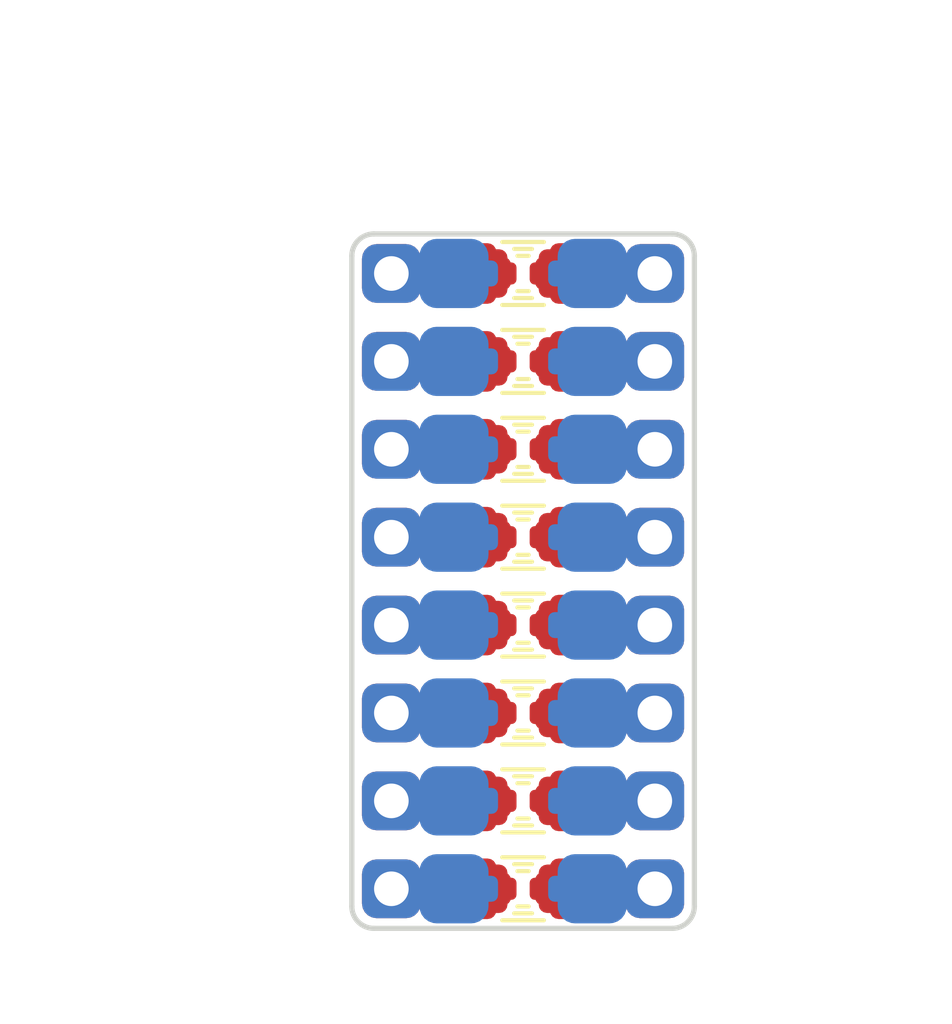
<source format=kicad_pcb>
(kicad_pcb (version 20171130) (host pcbnew "(5.0.2)-1")

  (general
    (thickness 1.6)
    (drawings 12)
    (tracks 35)
    (zones 0)
    (modules 50)
    (nets 17)
  )

  (page A4)
  (layers
    (0 F.Cu signal)
    (31 B.Cu signal)
    (32 B.Adhes user)
    (33 F.Adhes user)
    (34 B.Paste user)
    (35 F.Paste user)
    (36 B.SilkS user)
    (37 F.SilkS user)
    (38 B.Mask user)
    (39 F.Mask user)
    (40 Dwgs.User user)
    (41 Cmts.User user)
    (42 Eco1.User user)
    (43 Eco2.User user)
    (44 Edge.Cuts user)
    (45 Margin user)
    (46 B.CrtYd user)
    (47 F.CrtYd user)
    (48 B.Fab user)
    (49 F.Fab user)
  )

  (setup
    (last_trace_width 0.25)
    (trace_clearance 0.2)
    (zone_clearance 0.508)
    (zone_45_only no)
    (trace_min 0.2)
    (segment_width 0.2)
    (edge_width 0.15)
    (via_size 0.8)
    (via_drill 0.4)
    (via_min_size 0.4)
    (via_min_drill 0.3)
    (uvia_size 0.3)
    (uvia_drill 0.1)
    (uvias_allowed no)
    (uvia_min_size 0.2)
    (uvia_min_drill 0.1)
    (pcb_text_width 0.3)
    (pcb_text_size 1.5 1.5)
    (mod_edge_width 0.15)
    (mod_text_size 1 1)
    (mod_text_width 0.15)
    (pad_size 2 2)
    (pad_drill 0)
    (pad_to_mask_clearance 0.0508)
    (solder_mask_min_width 0.0508)
    (aux_axis_origin 0 0)
    (visible_elements 7FFFFFFF)
    (pcbplotparams
      (layerselection 0x010ec_ffffffff)
      (usegerberextensions false)
      (usegerberattributes true)
      (usegerberadvancedattributes false)
      (creategerberjobfile false)
      (excludeedgelayer false)
      (linewidth 0.050000)
      (plotframeref false)
      (viasonmask false)
      (mode 1)
      (useauxorigin false)
      (hpglpennumber 1)
      (hpglpenspeed 20)
      (hpglpendiameter 15.000000)
      (psnegative false)
      (psa4output false)
      (plotreference false)
      (plotvalue false)
      (plotinvisibletext false)
      (padsonsilk true)
      (subtractmaskfromsilk false)
      (outputformat 1)
      (mirror false)
      (drillshape 0)
      (scaleselection 1)
      (outputdirectory "fab-files/"))
  )

  (net 0 "")
  (net 1 /14)
  (net 2 /3)
  (net 3 /4)
  (net 4 /13)
  (net 5 /16)
  (net 6 /1)
  (net 7 /2)
  (net 8 /15)
  (net 9 /5)
  (net 10 /6)
  (net 11 /7)
  (net 12 /8)
  (net 13 /9)
  (net 14 /10)
  (net 15 /11)
  (net 16 /12)

  (net_class Default "This is the default net class."
    (clearance 0.2)
    (trace_width 0.25)
    (via_dia 0.8)
    (via_drill 0.4)
    (uvia_dia 0.3)
    (uvia_drill 0.1)
    (add_net /1)
    (add_net /10)
    (add_net /11)
    (add_net /12)
    (add_net /13)
    (add_net /14)
    (add_net /15)
    (add_net /16)
    (add_net /2)
    (add_net /3)
    (add_net /4)
    (add_net /5)
    (add_net /6)
    (add_net /7)
    (add_net /8)
    (add_net /9)
  )

  (module SA_Diodes_SMD:ON_Semi_1SMA5918BT3G_SMA_DO-214AC (layer B.Cu) (tedit 5C57FBC0) (tstamp 5C32840C)
    (at 125.73 81.28 180)
    (path /5C2E488A)
    (attr smd)
    (fp_text reference D16 (at 0 2 180) (layer B.SilkS) hide
      (effects (font (size 0.6 0.6) (thickness 0.127)) (justify mirror))
    )
    (fp_text value D (at 0 -1.9 180) (layer B.Fab)
      (effects (font (size 0.3 0.3) (thickness 0.03)) (justify mirror))
    )
    (fp_line (start -1.62 1.3) (end -1.62 -1.3) (layer B.Fab) (width 0.1))
    (fp_line (start -3.4 -1.6) (end -3.4 1.6) (layer B.CrtYd) (width 0.05))
    (fp_line (start 3.1 -1.6) (end -3.4 -1.6) (layer B.CrtYd) (width 0.05))
    (fp_line (start 3.1 1.6) (end 3.1 -1.6) (layer B.CrtYd) (width 0.05))
    (fp_line (start -3.4 1.6) (end 3.1 1.6) (layer B.CrtYd) (width 0.05))
    (fp_line (start 2.16 1.3) (end -2.16 1.3) (layer B.Fab) (width 0.1))
    (fp_line (start 2.16 1.3) (end 2.16 -1.3) (layer B.Fab) (width 0.1))
    (fp_line (start -2.16 -1.3) (end -2.16 1.3) (layer B.Fab) (width 0.1))
    (fp_line (start 2.16 -1.3) (end -2.16 -1.3) (layer B.Fab) (width 0.1))
    (fp_text user %R (at 0 0 180) (layer B.Fab)
      (effects (font (size 0.4 0.4) (thickness 0.05)) (justify mirror))
    )
    (pad 2 smd roundrect (at 2 0 180) (size 2 2) (layers B.Cu B.Paste B.Mask) (roundrect_rratio 0.25)
      (net 13 /9))
    (pad 1 smd roundrect (at -2 0 180) (size 2 2) (layers B.Cu B.Paste B.Mask) (roundrect_rratio 0.25)
      (net 12 /8))
  )

  (module SA_Diodes_SMD:ON_Semi_1N4148WS_SOD-323F-2 (layer B.Cu) (tedit 5C57FBB1) (tstamp 5C3284F0)
    (at 125.73 81.28 180)
    (path /5C2E46EA)
    (attr smd)
    (fp_text reference D15 (at 0 1.3 180) (layer B.SilkS) hide
      (effects (font (size 0.6 0.6) (thickness 0.127)) (justify mirror))
    )
    (fp_text value D (at 0 -1.15 180) (layer B.Fab)
      (effects (font (size 0.3 0.3) (thickness 0.03)) (justify mirror))
    )
    (fp_line (start 0.85 0.625) (end -0.85 0.625) (layer B.Fab) (width 0.1))
    (fp_line (start 0.85 -0.625) (end 0.85 0.625) (layer B.Fab) (width 0.1))
    (fp_line (start -0.85 -0.625) (end 0.85 -0.625) (layer B.Fab) (width 0.1))
    (fp_line (start -0.85 0.625) (end -0.85 -0.625) (layer B.Fab) (width 0.1))
    (fp_line (start -1.7 0.9) (end -1.7 -0.9) (layer B.CrtYd) (width 0.05))
    (fp_line (start -1.7 -0.9) (end 1.7 -0.9) (layer B.CrtYd) (width 0.05))
    (fp_line (start 1.7 0.9) (end 1.7 -0.9) (layer B.CrtYd) (width 0.05))
    (fp_line (start -1.7 0.9) (end 1.7 0.9) (layer B.CrtYd) (width 0.05))
    (fp_line (start -0.6375 0.6) (end -0.6375 -0.6) (layer B.Fab) (width 0.1))
    (fp_text user %R (at 0 0) (layer B.Fab)
      (effects (font (size 0.4 0.4) (thickness 0.05)) (justify mirror))
    )
    (pad 2 smd roundrect (at 1.1 0 180) (size 0.75 0.75) (layers B.Cu B.Paste B.Mask) (roundrect_rratio 0.25)
      (net 13 /9))
    (pad 1 smd roundrect (at -1.1 0 180) (size 0.75 0.75) (layers B.Cu B.Paste B.Mask) (roundrect_rratio 0.25)
      (net 12 /8))
    (model ${SA_LIB_3DSHAPES}/ON_Semi_1N4148WS_SOD-323F-2/ON_Semi_1N4148WS_SOD-323F-2.step
      (at (xyz 0 0 0))
      (scale (xyz 1 1 1))
      (rotate (xyz 0 0 0))
    )
  )

  (module SA_Diodes_SMD:ON_Semi_1SMA5918BT3G_SMA_DO-214AC (layer B.Cu) (tedit 5C57FBA2) (tstamp 5C32841F)
    (at 125.73 78.74 180)
    (path /5C2E466E)
    (attr smd)
    (fp_text reference D14 (at 0 2 180) (layer B.SilkS) hide
      (effects (font (size 0.6 0.6) (thickness 0.127)) (justify mirror))
    )
    (fp_text value D (at 0 -1.9 180) (layer B.Fab)
      (effects (font (size 0.3 0.3) (thickness 0.03)) (justify mirror))
    )
    (fp_text user %R (at 0 0 180) (layer B.Fab)
      (effects (font (size 0.4 0.4) (thickness 0.05)) (justify mirror))
    )
    (fp_line (start 2.16 -1.3) (end -2.16 -1.3) (layer B.Fab) (width 0.1))
    (fp_line (start -2.16 -1.3) (end -2.16 1.3) (layer B.Fab) (width 0.1))
    (fp_line (start 2.16 1.3) (end 2.16 -1.3) (layer B.Fab) (width 0.1))
    (fp_line (start 2.16 1.3) (end -2.16 1.3) (layer B.Fab) (width 0.1))
    (fp_line (start -3.4 1.6) (end 3.1 1.6) (layer B.CrtYd) (width 0.05))
    (fp_line (start 3.1 1.6) (end 3.1 -1.6) (layer B.CrtYd) (width 0.05))
    (fp_line (start 3.1 -1.6) (end -3.4 -1.6) (layer B.CrtYd) (width 0.05))
    (fp_line (start -3.4 -1.6) (end -3.4 1.6) (layer B.CrtYd) (width 0.05))
    (fp_line (start -1.62 1.3) (end -1.62 -1.3) (layer B.Fab) (width 0.1))
    (pad 1 smd roundrect (at -2 0 180) (size 2 2) (layers B.Cu B.Paste B.Mask) (roundrect_rratio 0.25)
      (net 11 /7))
    (pad 2 smd roundrect (at 2 0 180) (size 2 2) (layers B.Cu B.Paste B.Mask) (roundrect_rratio 0.25)
      (net 14 /10))
    (model ${SA_LIB_3DSHAPES}/ON_Semi_1SMA5918BT3G_SMA_DO-214AC/ON_Semi_1SMA5918BT3G_SMA_DO-214AC.step
      (at (xyz 0 0 0))
      (scale (xyz 1 1 1))
      (rotate (xyz 0 0 0))
    )
  )

  (module SA_Diodes_SMD:ON_Semi_1N4148WS_SOD-323F-2 (layer B.Cu) (tedit 5C57FB96) (tstamp 5C3284DD)
    (at 125.73 78.74 180)
    (path /5C2E45F8)
    (attr smd)
    (fp_text reference D13 (at 0 1.3 180) (layer B.SilkS) hide
      (effects (font (size 0.6 0.6) (thickness 0.127)) (justify mirror))
    )
    (fp_text value D (at 0 -1.15 180) (layer B.Fab)
      (effects (font (size 0.3 0.3) (thickness 0.03)) (justify mirror))
    )
    (fp_text user %R (at 0 0) (layer B.Fab)
      (effects (font (size 0.4 0.4) (thickness 0.05)) (justify mirror))
    )
    (fp_line (start -0.6375 0.6) (end -0.6375 -0.6) (layer B.Fab) (width 0.1))
    (fp_line (start -1.7 0.9) (end 1.7 0.9) (layer B.CrtYd) (width 0.05))
    (fp_line (start 1.7 0.9) (end 1.7 -0.9) (layer B.CrtYd) (width 0.05))
    (fp_line (start -1.7 -0.9) (end 1.7 -0.9) (layer B.CrtYd) (width 0.05))
    (fp_line (start -1.7 0.9) (end -1.7 -0.9) (layer B.CrtYd) (width 0.05))
    (fp_line (start -0.85 0.625) (end -0.85 -0.625) (layer B.Fab) (width 0.1))
    (fp_line (start -0.85 -0.625) (end 0.85 -0.625) (layer B.Fab) (width 0.1))
    (fp_line (start 0.85 -0.625) (end 0.85 0.625) (layer B.Fab) (width 0.1))
    (fp_line (start 0.85 0.625) (end -0.85 0.625) (layer B.Fab) (width 0.1))
    (pad 1 smd roundrect (at -1.1 0 180) (size 0.75 0.75) (layers B.Cu B.Paste B.Mask) (roundrect_rratio 0.25)
      (net 11 /7))
    (pad 2 smd roundrect (at 1.1 0 180) (size 0.75 0.75) (layers B.Cu B.Paste B.Mask) (roundrect_rratio 0.25)
      (net 14 /10))
  )

  (module SA_Diodes_SMD:ON_Semi_1SMA5918BT3G_SMA_DO-214AC (layer B.Cu) (tedit 5C57FB7B) (tstamp 5C328445)
    (at 125.73 76.2 180)
    (path /5C2E4584)
    (attr smd)
    (fp_text reference D12 (at 0 2 180) (layer B.SilkS) hide
      (effects (font (size 0.6 0.6) (thickness 0.127)) (justify mirror))
    )
    (fp_text value D (at 0 -1.9 180) (layer B.Fab)
      (effects (font (size 0.3 0.3) (thickness 0.03)) (justify mirror))
    )
    (fp_text user %R (at 0 0 180) (layer B.Fab)
      (effects (font (size 0.4 0.4) (thickness 0.05)) (justify mirror))
    )
    (fp_line (start 2.16 -1.3) (end -2.16 -1.3) (layer B.Fab) (width 0.1))
    (fp_line (start -2.16 -1.3) (end -2.16 1.3) (layer B.Fab) (width 0.1))
    (fp_line (start 2.16 1.3) (end 2.16 -1.3) (layer B.Fab) (width 0.1))
    (fp_line (start 2.16 1.3) (end -2.16 1.3) (layer B.Fab) (width 0.1))
    (fp_line (start -3.4 1.6) (end 3.1 1.6) (layer B.CrtYd) (width 0.05))
    (fp_line (start 3.1 1.6) (end 3.1 -1.6) (layer B.CrtYd) (width 0.05))
    (fp_line (start 3.1 -1.6) (end -3.4 -1.6) (layer B.CrtYd) (width 0.05))
    (fp_line (start -3.4 -1.6) (end -3.4 1.6) (layer B.CrtYd) (width 0.05))
    (fp_line (start -1.62 1.3) (end -1.62 -1.3) (layer B.Fab) (width 0.1))
    (pad 1 smd roundrect (at -2 0 180) (size 2 2) (layers B.Cu B.Paste B.Mask) (roundrect_rratio 0.25)
      (net 10 /6))
    (pad 2 smd roundrect (at 2 0 180) (size 2 2) (layers B.Cu B.Paste B.Mask) (roundrect_rratio 0.25)
      (net 15 /11))
  )

  (module SA_Diodes_SMD:ON_Semi_1N4148WS_SOD-323F-2 (layer B.Cu) (tedit 5C57FB6A) (tstamp 5C32847E)
    (at 125.73 76.2 180)
    (path /5C2E450E)
    (attr smd)
    (fp_text reference D11 (at 0 1.3 180) (layer B.SilkS) hide
      (effects (font (size 0.6 0.6) (thickness 0.127)) (justify mirror))
    )
    (fp_text value D (at 0 -1.15 180) (layer B.Fab)
      (effects (font (size 0.3 0.3) (thickness 0.03)) (justify mirror))
    )
    (fp_line (start 0.85 0.625) (end -0.85 0.625) (layer B.Fab) (width 0.1))
    (fp_line (start 0.85 -0.625) (end 0.85 0.625) (layer B.Fab) (width 0.1))
    (fp_line (start -0.85 -0.625) (end 0.85 -0.625) (layer B.Fab) (width 0.1))
    (fp_line (start -0.85 0.625) (end -0.85 -0.625) (layer B.Fab) (width 0.1))
    (fp_line (start -1.7 0.9) (end -1.7 -0.9) (layer B.CrtYd) (width 0.05))
    (fp_line (start -1.7 -0.9) (end 1.7 -0.9) (layer B.CrtYd) (width 0.05))
    (fp_line (start 1.7 0.9) (end 1.7 -0.9) (layer B.CrtYd) (width 0.05))
    (fp_line (start -1.7 0.9) (end 1.7 0.9) (layer B.CrtYd) (width 0.05))
    (fp_line (start -0.6375 0.6) (end -0.6375 -0.6) (layer B.Fab) (width 0.1))
    (fp_text user %R (at 0 0) (layer B.Fab)
      (effects (font (size 0.4 0.4) (thickness 0.05)) (justify mirror))
    )
    (pad 2 smd roundrect (at 1.1 0 180) (size 0.75 0.75) (layers B.Cu B.Paste B.Mask) (roundrect_rratio 0.25)
      (net 15 /11))
    (pad 1 smd roundrect (at -1.1 0 180) (size 0.75 0.75) (layers B.Cu B.Paste B.Mask) (roundrect_rratio 0.25)
      (net 10 /6))
    (model ${SA_LIB_3DSHAPES}/ON_Semi_1N4148WS_SOD-323F-2/ON_Semi_1N4148WS_SOD-323F-2.step
      (at (xyz 0 0 0))
      (scale (xyz 1 1 1))
      (rotate (xyz 0 0 0))
    )
  )

  (module SA_Diodes_SMD:ON_Semi_1SMA5918BT3G_SMA_DO-214AC (layer B.Cu) (tedit 5C57FB59) (tstamp 5C328458)
    (at 125.73 73.66 180)
    (path /5C2E449A)
    (attr smd)
    (fp_text reference D10 (at 0 2 180) (layer B.SilkS) hide
      (effects (font (size 0.6 0.6) (thickness 0.127)) (justify mirror))
    )
    (fp_text value D (at 0 -1.9 180) (layer B.Fab)
      (effects (font (size 0.3 0.3) (thickness 0.03)) (justify mirror))
    )
    (fp_line (start -1.62 1.3) (end -1.62 -1.3) (layer B.Fab) (width 0.1))
    (fp_line (start -3.4 -1.6) (end -3.4 1.6) (layer B.CrtYd) (width 0.05))
    (fp_line (start 3.1 -1.6) (end -3.4 -1.6) (layer B.CrtYd) (width 0.05))
    (fp_line (start 3.1 1.6) (end 3.1 -1.6) (layer B.CrtYd) (width 0.05))
    (fp_line (start -3.4 1.6) (end 3.1 1.6) (layer B.CrtYd) (width 0.05))
    (fp_line (start 2.16 1.3) (end -2.16 1.3) (layer B.Fab) (width 0.1))
    (fp_line (start 2.16 1.3) (end 2.16 -1.3) (layer B.Fab) (width 0.1))
    (fp_line (start -2.16 -1.3) (end -2.16 1.3) (layer B.Fab) (width 0.1))
    (fp_line (start 2.16 -1.3) (end -2.16 -1.3) (layer B.Fab) (width 0.1))
    (fp_text user %R (at 0 0 180) (layer B.Fab)
      (effects (font (size 0.4 0.4) (thickness 0.05)) (justify mirror))
    )
    (pad 2 smd roundrect (at 2 0 180) (size 2 2) (layers B.Cu B.Paste B.Mask) (roundrect_rratio 0.25)
      (net 16 /12))
    (pad 1 smd roundrect (at -2 0 180) (size 2 2) (layers B.Cu B.Paste B.Mask) (roundrect_rratio 0.25)
      (net 9 /5))
    (model ${SA_LIB_3DSHAPES}/ON_Semi_1SMA5918BT3G_SMA_DO-214AC/ON_Semi_1SMA5918BT3G_SMA_DO-214AC.step
      (at (xyz 0 0 0))
      (scale (xyz 1 1 1))
      (rotate (xyz 0 0 0))
    )
  )

  (module SA_Diodes_SMD:ON_Semi_1N4148WS_SOD-323F-2 (layer B.Cu) (tedit 5C57FB4B) (tstamp 5C3284CA)
    (at 125.73 73.66 180)
    (path /5C2E441A)
    (attr smd)
    (fp_text reference D9 (at 0 1.3 180) (layer B.SilkS) hide
      (effects (font (size 0.6 0.6) (thickness 0.127)) (justify mirror))
    )
    (fp_text value D (at 0 -1.15 180) (layer B.Fab)
      (effects (font (size 0.3 0.3) (thickness 0.03)) (justify mirror))
    )
    (fp_line (start 0.85 0.625) (end -0.85 0.625) (layer B.Fab) (width 0.1))
    (fp_line (start 0.85 -0.625) (end 0.85 0.625) (layer B.Fab) (width 0.1))
    (fp_line (start -0.85 -0.625) (end 0.85 -0.625) (layer B.Fab) (width 0.1))
    (fp_line (start -0.85 0.625) (end -0.85 -0.625) (layer B.Fab) (width 0.1))
    (fp_line (start -1.7 0.9) (end -1.7 -0.9) (layer B.CrtYd) (width 0.05))
    (fp_line (start -1.7 -0.9) (end 1.7 -0.9) (layer B.CrtYd) (width 0.05))
    (fp_line (start 1.7 0.9) (end 1.7 -0.9) (layer B.CrtYd) (width 0.05))
    (fp_line (start -1.7 0.9) (end 1.7 0.9) (layer B.CrtYd) (width 0.05))
    (fp_line (start -0.6375 0.6) (end -0.6375 -0.6) (layer B.Fab) (width 0.1))
    (fp_text user %R (at 0 0) (layer B.Fab)
      (effects (font (size 0.4 0.4) (thickness 0.05)) (justify mirror))
    )
    (pad 2 smd roundrect (at 1.1 0 180) (size 0.75 0.75) (layers B.Cu B.Paste B.Mask) (roundrect_rratio 0.25)
      (net 16 /12))
    (pad 1 smd roundrect (at -1.1 0 180) (size 0.75 0.75) (layers B.Cu B.Paste B.Mask) (roundrect_rratio 0.25)
      (net 9 /5))
  )

  (module SA_Diodes_SMD:ON_Semi_1SMA5918BT3G_SMA_DO-214AC (layer B.Cu) (tedit 5C57FB32) (tstamp 5C32846B)
    (at 125.73 71.12 180)
    (path /5C2E43AA)
    (attr smd)
    (fp_text reference D8 (at 0 2 180) (layer B.SilkS) hide
      (effects (font (size 0.6 0.6) (thickness 0.127)) (justify mirror))
    )
    (fp_text value D (at 0 -1.9 180) (layer B.Fab)
      (effects (font (size 0.3 0.3) (thickness 0.03)) (justify mirror))
    )
    (fp_text user %R (at 0 0 180) (layer B.Fab)
      (effects (font (size 0.4 0.4) (thickness 0.05)) (justify mirror))
    )
    (fp_line (start 2.16 -1.3) (end -2.16 -1.3) (layer B.Fab) (width 0.1))
    (fp_line (start -2.16 -1.3) (end -2.16 1.3) (layer B.Fab) (width 0.1))
    (fp_line (start 2.16 1.3) (end 2.16 -1.3) (layer B.Fab) (width 0.1))
    (fp_line (start 2.16 1.3) (end -2.16 1.3) (layer B.Fab) (width 0.1))
    (fp_line (start -3.4 1.6) (end 3.1 1.6) (layer B.CrtYd) (width 0.05))
    (fp_line (start 3.1 1.6) (end 3.1 -1.6) (layer B.CrtYd) (width 0.05))
    (fp_line (start 3.1 -1.6) (end -3.4 -1.6) (layer B.CrtYd) (width 0.05))
    (fp_line (start -3.4 -1.6) (end -3.4 1.6) (layer B.CrtYd) (width 0.05))
    (fp_line (start -1.62 1.3) (end -1.62 -1.3) (layer B.Fab) (width 0.1))
    (pad 1 smd roundrect (at -2 0 180) (size 2 2) (layers B.Cu B.Paste B.Mask) (roundrect_rratio 0.25)
      (net 3 /4))
    (pad 2 smd roundrect (at 2 0 180) (size 2 2) (layers B.Cu B.Paste B.Mask) (roundrect_rratio 0.25)
      (net 4 /13))
  )

  (module SA_Diodes_SMD:ON_Semi_1N4148WS_SOD-323F-2 (layer B.Cu) (tedit 5C57FB21) (tstamp 5C3284B7)
    (at 125.73 71.12 180)
    (path /5C2E4340)
    (attr smd)
    (fp_text reference D7 (at 0 1.3 180) (layer B.SilkS) hide
      (effects (font (size 0.6 0.6) (thickness 0.127)) (justify mirror))
    )
    (fp_text value D (at 0 -1.15 180) (layer B.Fab)
      (effects (font (size 0.3 0.3) (thickness 0.03)) (justify mirror))
    )
    (fp_text user %R (at 0 0) (layer B.Fab)
      (effects (font (size 0.4 0.4) (thickness 0.05)) (justify mirror))
    )
    (fp_line (start -0.6375 0.6) (end -0.6375 -0.6) (layer B.Fab) (width 0.1))
    (fp_line (start -1.7 0.9) (end 1.7 0.9) (layer B.CrtYd) (width 0.05))
    (fp_line (start 1.7 0.9) (end 1.7 -0.9) (layer B.CrtYd) (width 0.05))
    (fp_line (start -1.7 -0.9) (end 1.7 -0.9) (layer B.CrtYd) (width 0.05))
    (fp_line (start -1.7 0.9) (end -1.7 -0.9) (layer B.CrtYd) (width 0.05))
    (fp_line (start -0.85 0.625) (end -0.85 -0.625) (layer B.Fab) (width 0.1))
    (fp_line (start -0.85 -0.625) (end 0.85 -0.625) (layer B.Fab) (width 0.1))
    (fp_line (start 0.85 -0.625) (end 0.85 0.625) (layer B.Fab) (width 0.1))
    (fp_line (start 0.85 0.625) (end -0.85 0.625) (layer B.Fab) (width 0.1))
    (pad 1 smd roundrect (at -1.1 0 180) (size 0.75 0.75) (layers B.Cu B.Paste B.Mask) (roundrect_rratio 0.25)
      (net 3 /4))
    (pad 2 smd roundrect (at 1.1 0 180) (size 0.75 0.75) (layers B.Cu B.Paste B.Mask) (roundrect_rratio 0.25)
      (net 4 /13))
    (model ${SA_LIB_3DSHAPES}/ON_Semi_1N4148WS_SOD-323F-2/ON_Semi_1N4148WS_SOD-323F-2.step
      (at (xyz 0 0 0))
      (scale (xyz 1 1 1))
      (rotate (xyz 0 0 0))
    )
  )

  (module SA_Diodes_SMD:ON_Semi_1SMA5918BT3G_SMA_DO-214AC (layer B.Cu) (tedit 5C57FB0E) (tstamp 5C328432)
    (at 125.73 68.58 180)
    (path /5C2E42D8)
    (attr smd)
    (fp_text reference D6 (at 0 2 180) (layer B.SilkS) hide
      (effects (font (size 0.6 0.6) (thickness 0.127)) (justify mirror))
    )
    (fp_text value D (at 0 -1.9 180) (layer B.Fab)
      (effects (font (size 0.3 0.3) (thickness 0.03)) (justify mirror))
    )
    (fp_line (start -1.62 1.3) (end -1.62 -1.3) (layer B.Fab) (width 0.1))
    (fp_line (start -3.4 -1.6) (end -3.4 1.6) (layer B.CrtYd) (width 0.05))
    (fp_line (start 3.1 -1.6) (end -3.4 -1.6) (layer B.CrtYd) (width 0.05))
    (fp_line (start 3.1 1.6) (end 3.1 -1.6) (layer B.CrtYd) (width 0.05))
    (fp_line (start -3.4 1.6) (end 3.1 1.6) (layer B.CrtYd) (width 0.05))
    (fp_line (start 2.16 1.3) (end -2.16 1.3) (layer B.Fab) (width 0.1))
    (fp_line (start 2.16 1.3) (end 2.16 -1.3) (layer B.Fab) (width 0.1))
    (fp_line (start -2.16 -1.3) (end -2.16 1.3) (layer B.Fab) (width 0.1))
    (fp_line (start 2.16 -1.3) (end -2.16 -1.3) (layer B.Fab) (width 0.1))
    (fp_text user %R (at 0 0 180) (layer B.Fab)
      (effects (font (size 0.4 0.4) (thickness 0.05)) (justify mirror))
    )
    (pad 2 smd roundrect (at 2 0 180) (size 2 2) (layers B.Cu B.Paste B.Mask) (roundrect_rratio 0.25)
      (net 1 /14))
    (pad 1 smd roundrect (at -2 0 180) (size 2 2) (layers B.Cu B.Paste B.Mask) (roundrect_rratio 0.25)
      (net 2 /3))
    (model ${SA_LIB_3DSHAPES}/ON_Semi_1SMA5918BT3G_SMA_DO-214AC/ON_Semi_1SMA5918BT3G_SMA_DO-214AC.step
      (at (xyz 0 0 0))
      (scale (xyz 1 1 1))
      (rotate (xyz 0 0 0))
    )
  )

  (module SA_Diodes_SMD:ON_Semi_1N4148WS_SOD-323F-2 (layer B.Cu) (tedit 5C57FAF9) (tstamp 5C3284A4)
    (at 125.73 68.58 180)
    (path /5C2E4133)
    (attr smd)
    (fp_text reference D5 (at 0 1.3 180) (layer B.SilkS) hide
      (effects (font (size 0.6 0.6) (thickness 0.127)) (justify mirror))
    )
    (fp_text value D (at 0 -1.15 180) (layer B.Fab)
      (effects (font (size 0.3 0.3) (thickness 0.03)) (justify mirror))
    )
    (fp_line (start 0.85 0.625) (end -0.85 0.625) (layer B.Fab) (width 0.1))
    (fp_line (start 0.85 -0.625) (end 0.85 0.625) (layer B.Fab) (width 0.1))
    (fp_line (start -0.85 -0.625) (end 0.85 -0.625) (layer B.Fab) (width 0.1))
    (fp_line (start -0.85 0.625) (end -0.85 -0.625) (layer B.Fab) (width 0.1))
    (fp_line (start -1.7 0.9) (end -1.7 -0.9) (layer B.CrtYd) (width 0.05))
    (fp_line (start -1.7 -0.9) (end 1.7 -0.9) (layer B.CrtYd) (width 0.05))
    (fp_line (start 1.7 0.9) (end 1.7 -0.9) (layer B.CrtYd) (width 0.05))
    (fp_line (start -1.7 0.9) (end 1.7 0.9) (layer B.CrtYd) (width 0.05))
    (fp_line (start -0.6375 0.6) (end -0.6375 -0.6) (layer B.Fab) (width 0.1))
    (fp_text user %R (at 0 0) (layer B.Fab)
      (effects (font (size 0.4 0.4) (thickness 0.05)) (justify mirror))
    )
    (pad 2 smd roundrect (at 1.1 0 180) (size 0.75 0.75) (layers B.Cu B.Paste B.Mask) (roundrect_rratio 0.25)
      (net 1 /14))
    (pad 1 smd roundrect (at -1.1 0 180) (size 0.75 0.75) (layers B.Cu B.Paste B.Mask) (roundrect_rratio 0.25)
      (net 2 /3))
  )

  (module SA_Diodes_SMD:ON_Semi_1N4148WS_SOD-323F-2 (layer B.Cu) (tedit 5C57FAE4) (tstamp 5C328491)
    (at 125.73 66.04 180)
    (path /5C2E406F)
    (attr smd)
    (fp_text reference D3 (at 0 1.3 180) (layer B.SilkS) hide
      (effects (font (size 0.6 0.6) (thickness 0.127)) (justify mirror))
    )
    (fp_text value D (at 0 -1.15 180) (layer B.Fab)
      (effects (font (size 0.3 0.3) (thickness 0.03)) (justify mirror))
    )
    (fp_text user %R (at 0 0) (layer B.Fab)
      (effects (font (size 0.4 0.4) (thickness 0.05)) (justify mirror))
    )
    (fp_line (start -0.6375 0.6) (end -0.6375 -0.6) (layer B.Fab) (width 0.1))
    (fp_line (start -1.7 0.9) (end 1.7 0.9) (layer B.CrtYd) (width 0.05))
    (fp_line (start 1.7 0.9) (end 1.7 -0.9) (layer B.CrtYd) (width 0.05))
    (fp_line (start -1.7 -0.9) (end 1.7 -0.9) (layer B.CrtYd) (width 0.05))
    (fp_line (start -1.7 0.9) (end -1.7 -0.9) (layer B.CrtYd) (width 0.05))
    (fp_line (start -0.85 0.625) (end -0.85 -0.625) (layer B.Fab) (width 0.1))
    (fp_line (start -0.85 -0.625) (end 0.85 -0.625) (layer B.Fab) (width 0.1))
    (fp_line (start 0.85 -0.625) (end 0.85 0.625) (layer B.Fab) (width 0.1))
    (fp_line (start 0.85 0.625) (end -0.85 0.625) (layer B.Fab) (width 0.1))
    (pad 1 smd roundrect (at -1.1 0 180) (size 0.75 0.75) (layers B.Cu B.Paste B.Mask) (roundrect_rratio 0.25)
      (net 7 /2))
    (pad 2 smd roundrect (at 1.1 0 180) (size 0.75 0.75) (layers B.Cu B.Paste B.Mask) (roundrect_rratio 0.25)
      (net 8 /15))
    (model ${SA_LIB_3DSHAPES}/ON_Semi_1N4148WS_SOD-323F-2/ON_Semi_1N4148WS_SOD-323F-2.step
      (at (xyz 0 0 0))
      (scale (xyz 1 1 1))
      (rotate (xyz 0 0 0))
    )
  )

  (module SA_Diodes_SMD:ON_Semi_1N4148WS_SOD-323F-2 (layer B.Cu) (tedit 5C57FACF) (tstamp 5C328503)
    (at 125.73 63.5 180)
    (path /5C2E3F9A)
    (attr smd)
    (fp_text reference D1 (at 0 1.3 180) (layer B.SilkS) hide
      (effects (font (size 0.6 0.6) (thickness 0.127)) (justify mirror))
    )
    (fp_text value D (at 0 -1.15 180) (layer B.Fab)
      (effects (font (size 0.3 0.3) (thickness 0.03)) (justify mirror))
    )
    (fp_text user %R (at 0 0) (layer B.Fab)
      (effects (font (size 0.4 0.4) (thickness 0.05)) (justify mirror))
    )
    (fp_line (start -0.6375 0.6) (end -0.6375 -0.6) (layer B.Fab) (width 0.1))
    (fp_line (start -1.7 0.9) (end 1.7 0.9) (layer B.CrtYd) (width 0.05))
    (fp_line (start 1.7 0.9) (end 1.7 -0.9) (layer B.CrtYd) (width 0.05))
    (fp_line (start -1.7 -0.9) (end 1.7 -0.9) (layer B.CrtYd) (width 0.05))
    (fp_line (start -1.7 0.9) (end -1.7 -0.9) (layer B.CrtYd) (width 0.05))
    (fp_line (start -0.85 0.625) (end -0.85 -0.625) (layer B.Fab) (width 0.1))
    (fp_line (start -0.85 -0.625) (end 0.85 -0.625) (layer B.Fab) (width 0.1))
    (fp_line (start 0.85 -0.625) (end 0.85 0.625) (layer B.Fab) (width 0.1))
    (fp_line (start 0.85 0.625) (end -0.85 0.625) (layer B.Fab) (width 0.1))
    (pad 1 smd roundrect (at -1.1 0 180) (size 0.75 0.75) (layers B.Cu B.Paste B.Mask) (roundrect_rratio 0.25)
      (net 6 /1))
    (pad 2 smd roundrect (at 1.1 0 180) (size 0.75 0.75) (layers B.Cu B.Paste B.Mask) (roundrect_rratio 0.25)
      (net 5 /16))
  )

  (module SA_Diodes_SMD:ON_Semi_1SMA5918BT3G_SMA_DO-214AC (layer B.Cu) (tedit 5C57FA88) (tstamp 5C3283F9)
    (at 125.73 66.04 180)
    (path /5C2E40CF)
    (attr smd)
    (fp_text reference D4 (at 0 2 180) (layer B.SilkS) hide
      (effects (font (size 0.6 0.6) (thickness 0.127)) (justify mirror))
    )
    (fp_text value D (at 0 -1.9 180) (layer B.Fab)
      (effects (font (size 0.3 0.3) (thickness 0.03)) (justify mirror))
    )
    (fp_text user %R (at 0 0 180) (layer B.Fab)
      (effects (font (size 0.4 0.4) (thickness 0.05)) (justify mirror))
    )
    (fp_line (start 2.16 -1.3) (end -2.16 -1.3) (layer B.Fab) (width 0.1))
    (fp_line (start -2.16 -1.3) (end -2.16 1.3) (layer B.Fab) (width 0.1))
    (fp_line (start 2.16 1.3) (end 2.16 -1.3) (layer B.Fab) (width 0.1))
    (fp_line (start 2.16 1.3) (end -2.16 1.3) (layer B.Fab) (width 0.1))
    (fp_line (start -3.4 1.6) (end 3.1 1.6) (layer B.CrtYd) (width 0.05))
    (fp_line (start 3.1 1.6) (end 3.1 -1.6) (layer B.CrtYd) (width 0.05))
    (fp_line (start 3.1 -1.6) (end -3.4 -1.6) (layer B.CrtYd) (width 0.05))
    (fp_line (start -3.4 -1.6) (end -3.4 1.6) (layer B.CrtYd) (width 0.05))
    (fp_line (start -1.62 1.3) (end -1.62 -1.3) (layer B.Fab) (width 0.1))
    (pad 1 smd roundrect (at -2 0 180) (size 2 2) (layers B.Cu B.Paste B.Mask) (roundrect_rratio 0.25)
      (net 7 /2))
    (pad 2 smd roundrect (at 2 0 180) (size 2 2) (layers B.Cu B.Paste B.Mask) (roundrect_rratio 0.25)
      (net 8 /15))
  )

  (module SA_Diodes_SMD:ON_Semi_1SMA5918BT3G_SMA_DO-214AC (layer B.Cu) (tedit 5C57FA66) (tstamp 5C3283E6)
    (at 125.73 63.5 180)
    (path /5C2E400F)
    (attr smd)
    (fp_text reference D2 (at 0 2 180) (layer B.SilkS) hide
      (effects (font (size 0.6 0.6) (thickness 0.127)) (justify mirror))
    )
    (fp_text value D (at 0 -1.9 180) (layer B.Fab)
      (effects (font (size 0.3 0.3) (thickness 0.03)) (justify mirror))
    )
    (fp_line (start -1.62 1.3) (end -1.62 -1.3) (layer B.Fab) (width 0.1))
    (fp_line (start -3.4 -1.6) (end -3.4 1.6) (layer B.CrtYd) (width 0.05))
    (fp_line (start 3.1 -1.6) (end -3.4 -1.6) (layer B.CrtYd) (width 0.05))
    (fp_line (start 3.1 1.6) (end 3.1 -1.6) (layer B.CrtYd) (width 0.05))
    (fp_line (start -3.4 1.6) (end 3.1 1.6) (layer B.CrtYd) (width 0.05))
    (fp_line (start 2.16 1.3) (end -2.16 1.3) (layer B.Fab) (width 0.1))
    (fp_line (start 2.16 1.3) (end 2.16 -1.3) (layer B.Fab) (width 0.1))
    (fp_line (start -2.16 -1.3) (end -2.16 1.3) (layer B.Fab) (width 0.1))
    (fp_line (start 2.16 -1.3) (end -2.16 -1.3) (layer B.Fab) (width 0.1))
    (fp_text user %R (at 0 0 180) (layer B.Fab)
      (effects (font (size 0.4 0.4) (thickness 0.05)) (justify mirror))
    )
    (pad 2 smd roundrect (at 2 0 180) (size 2 2) (layers B.Cu B.Paste B.Mask) (roundrect_rratio 0.25)
      (net 5 /16))
    (pad 1 smd roundrect (at -2 0 180) (size 2 2) (layers B.Cu B.Paste B.Mask) (roundrect_rratio 0.25)
      (net 6 /1))
    (model ${SA_LIB_3DSHAPES}/ON_Semi_1SMA5918BT3G_SMA_DO-214AC/ON_Semi_1SMA5918BT3G_SMA_DO-214AC.step
      (at (xyz 0 0 0))
      (scale (xyz 1 1 1))
      (rotate (xyz 0 0 0))
    )
  )

  (module SA_Connectors_Pin_Headers_THT:PinHeader_1x08_P2.54mm_Vertical_Top (layer F.Cu) (tedit 5C57FD3E) (tstamp 5C32AFD8)
    (at 121.92 63.5)
    (descr "Through hole straight pin header, 1x08, 2.54mm pitch, single row")
    (tags "Through hole pin header THT 1x08 2.54mm single row")
    (path /5C2D562A)
    (fp_text reference J2 (at 0 -2.23) (layer F.SilkS) hide
      (effects (font (size 0.6 0.6) (thickness 0.127)))
    )
    (fp_text value Conn_01x08 (at 0 19.8) (layer F.Fab)
      (effects (font (size 0.3 0.3) (thickness 0.03)))
    )
    (fp_text user %R (at 0 8.89 90) (layer F.Fab)
      (effects (font (size 0.5 0.5) (thickness 0.05)))
    )
    (fp_line (start 1.8 -1.8) (end -1.8 -1.8) (layer F.CrtYd) (width 0.05))
    (fp_line (start 1.8 19.55) (end 1.8 -1.8) (layer F.CrtYd) (width 0.05))
    (fp_line (start -1.8 19.55) (end 1.8 19.55) (layer F.CrtYd) (width 0.05))
    (fp_line (start -1.8 -1.8) (end -1.8 19.55) (layer F.CrtYd) (width 0.05))
    (fp_line (start -1.27 -0.635) (end -0.635 -1.27) (layer F.Fab) (width 0.1))
    (fp_line (start -1.27 19.05) (end -1.27 -0.635) (layer F.Fab) (width 0.1))
    (fp_line (start 1.27 19.05) (end -1.27 19.05) (layer F.Fab) (width 0.1))
    (fp_line (start 1.27 -1.27) (end 1.27 19.05) (layer F.Fab) (width 0.1))
    (fp_line (start -0.635 -1.27) (end 1.27 -1.27) (layer F.Fab) (width 0.1))
    (pad 8 thru_hole roundrect (at 0 17.78) (size 1.7 1.7) (drill 1) (layers *.Cu *.Mask) (roundrect_rratio 0.25)
      (net 13 /9))
    (pad 7 thru_hole roundrect (at 0 15.24) (size 1.7 1.7) (drill 1) (layers *.Cu *.Mask) (roundrect_rratio 0.25)
      (net 14 /10))
    (pad 6 thru_hole roundrect (at 0 12.7) (size 1.7 1.7) (drill 1) (layers *.Cu *.Mask) (roundrect_rratio 0.25)
      (net 15 /11))
    (pad 5 thru_hole roundrect (at 0 10.16) (size 1.7 1.7) (drill 1) (layers *.Cu *.Mask) (roundrect_rratio 0.25)
      (net 16 /12))
    (pad 4 thru_hole roundrect (at 0 7.62) (size 1.7 1.7) (drill 1) (layers *.Cu *.Mask) (roundrect_rratio 0.25)
      (net 4 /13))
    (pad 3 thru_hole roundrect (at 0 5.08) (size 1.7 1.7) (drill 1) (layers *.Cu *.Mask) (roundrect_rratio 0.25)
      (net 1 /14))
    (pad 2 thru_hole roundrect (at 0 2.54) (size 1.7 1.7) (drill 1) (layers *.Cu *.Mask) (roundrect_rratio 0.25)
      (net 8 /15))
    (pad 1 thru_hole roundrect (at 0 0) (size 1.7 1.7) (drill 1) (layers *.Cu *.Mask) (roundrect_rratio 0.25)
      (net 5 /16))
    (model ${SA_LIB_3DSHAPES}/Packages/PinHeader_1x08_P2.54mm_Vertical_Top.step
      (at (xyz 0 0 0))
      (scale (xyz 1 1 1))
      (rotate (xyz 0 0 0))
    )
  )

  (module SA_Connectors_Pin_Headers_THT:PinHeader_1x08_P2.54mm_Vertical_Top (layer F.Cu) (tedit 5C57FD43) (tstamp 5C32AFC3)
    (at 129.54 63.5)
    (descr "Through hole straight pin header, 1x08, 2.54mm pitch, single row")
    (tags "Through hole pin header THT 1x08 2.54mm single row")
    (path /5C2D4937)
    (fp_text reference J1 (at 0 -2.23) (layer F.SilkS) hide
      (effects (font (size 0.6 0.6) (thickness 0.127)))
    )
    (fp_text value Conn_01x08 (at 0 19.8) (layer F.Fab)
      (effects (font (size 0.3 0.3) (thickness 0.03)))
    )
    (fp_line (start -0.635 -1.27) (end 1.27 -1.27) (layer F.Fab) (width 0.1))
    (fp_line (start 1.27 -1.27) (end 1.27 19.05) (layer F.Fab) (width 0.1))
    (fp_line (start 1.27 19.05) (end -1.27 19.05) (layer F.Fab) (width 0.1))
    (fp_line (start -1.27 19.05) (end -1.27 -0.635) (layer F.Fab) (width 0.1))
    (fp_line (start -1.27 -0.635) (end -0.635 -1.27) (layer F.Fab) (width 0.1))
    (fp_line (start -1.8 -1.8) (end -1.8 19.55) (layer F.CrtYd) (width 0.05))
    (fp_line (start -1.8 19.55) (end 1.8 19.55) (layer F.CrtYd) (width 0.05))
    (fp_line (start 1.8 19.55) (end 1.8 -1.8) (layer F.CrtYd) (width 0.05))
    (fp_line (start 1.8 -1.8) (end -1.8 -1.8) (layer F.CrtYd) (width 0.05))
    (fp_text user %R (at 0 8.89 90) (layer F.Fab)
      (effects (font (size 0.5 0.5) (thickness 0.05)))
    )
    (pad 1 thru_hole roundrect (at 0 0) (size 1.7 1.7) (drill 1) (layers *.Cu *.Mask) (roundrect_rratio 0.25)
      (net 6 /1))
    (pad 2 thru_hole roundrect (at 0 2.54) (size 1.7 1.7) (drill 1) (layers *.Cu *.Mask) (roundrect_rratio 0.25)
      (net 7 /2))
    (pad 3 thru_hole roundrect (at 0 5.08) (size 1.7 1.7) (drill 1) (layers *.Cu *.Mask) (roundrect_rratio 0.25)
      (net 2 /3))
    (pad 4 thru_hole roundrect (at 0 7.62) (size 1.7 1.7) (drill 1) (layers *.Cu *.Mask) (roundrect_rratio 0.25)
      (net 3 /4))
    (pad 5 thru_hole roundrect (at 0 10.16) (size 1.7 1.7) (drill 1) (layers *.Cu *.Mask) (roundrect_rratio 0.25)
      (net 9 /5))
    (pad 6 thru_hole roundrect (at 0 12.7) (size 1.7 1.7) (drill 1) (layers *.Cu *.Mask) (roundrect_rratio 0.25)
      (net 10 /6))
    (pad 7 thru_hole roundrect (at 0 15.24) (size 1.7 1.7) (drill 1) (layers *.Cu *.Mask) (roundrect_rratio 0.25)
      (net 11 /7))
    (pad 8 thru_hole roundrect (at 0 17.78) (size 1.7 1.7) (drill 1) (layers *.Cu *.Mask) (roundrect_rratio 0.25)
      (net 12 /8))
    (model ${SA_LIB_3DSHAPES}/Packages/PinHeader_1x08_P2.54mm_Vertical_Top.step
      (at (xyz 0 0 0))
      (scale (xyz 1 1 1))
      (rotate (xyz 0 0 0))
    )
  )

  (module SA_Resistors_SMD:R_0402_1005M (layer F.Cu) (tedit 5C2D5023) (tstamp 5C3104D3)
    (at 125.73 63.5)
    (descr "Resistor SMD 0402 (1005 Metric), square (rectangular) end terminal, IPC_7351 nominal, (Body size source: http://www.tortai-tech.com/upload/download/2011102023233369053.pdf), generated with kicad-footprint-generator")
    (tags resistor)
    (path /5C2D4AF0)
    (attr smd)
    (fp_text reference R4 (at 0 -0.87) (layer F.SilkS) hide
      (effects (font (size 0.6 0.6) (thickness 0.127)))
    )
    (fp_text value R (at 0 0.7) (layer F.Fab)
      (effects (font (size 0.3 0.3) (thickness 0.03)))
    )
    (fp_text user %R (at 0 0) (layer F.Fab)
      (effects (font (size 0.25 0.25) (thickness 0.04)))
    )
    (fp_line (start 0.93 0.47) (end -0.93 0.47) (layer F.CrtYd) (width 0.05))
    (fp_line (start 0.93 -0.47) (end 0.93 0.47) (layer F.CrtYd) (width 0.05))
    (fp_line (start -0.93 -0.47) (end 0.93 -0.47) (layer F.CrtYd) (width 0.05))
    (fp_line (start -0.93 0.47) (end -0.93 -0.47) (layer F.CrtYd) (width 0.05))
    (fp_line (start 0.5 0.25) (end -0.5 0.25) (layer F.Fab) (width 0.1))
    (fp_line (start 0.5 -0.25) (end 0.5 0.25) (layer F.Fab) (width 0.1))
    (fp_line (start -0.5 -0.25) (end 0.5 -0.25) (layer F.Fab) (width 0.1))
    (fp_line (start -0.5 0.25) (end -0.5 -0.25) (layer F.Fab) (width 0.1))
    (pad 2 smd roundrect (at 0.485 0) (size 0.59 0.64) (layers F.Cu F.Paste F.Mask) (roundrect_rratio 0.25)
      (net 6 /1))
    (pad 1 smd roundrect (at -0.485 0) (size 0.59 0.64) (layers F.Cu F.Paste F.Mask) (roundrect_rratio 0.25)
      (net 5 /16))
    (model ${KISYS3DMOD}/Resistor_SMD.3dshapes/R_0402_1005Metric.wrl
      (at (xyz 0 0 0))
      (scale (xyz 1 1 1))
      (rotate (xyz 0 0 0))
    )
  )

  (module SA_Resistors_SMD:R_0402_1005M (layer F.Cu) (tedit 5C2D5063) (tstamp 5C3104C5)
    (at 125.73 66.04)
    (descr "Resistor SMD 0402 (1005 Metric), square (rectangular) end terminal, IPC_7351 nominal, (Body size source: http://www.tortai-tech.com/upload/download/2011102023233369053.pdf), generated with kicad-footprint-generator")
    (tags resistor)
    (path /5C2D4E70)
    (attr smd)
    (fp_text reference R8 (at 0 -0.87) (layer F.SilkS) hide
      (effects (font (size 0.6 0.6) (thickness 0.127)))
    )
    (fp_text value R (at 0 0.7) (layer F.Fab)
      (effects (font (size 0.3 0.3) (thickness 0.03)))
    )
    (fp_line (start -0.5 0.25) (end -0.5 -0.25) (layer F.Fab) (width 0.1))
    (fp_line (start -0.5 -0.25) (end 0.5 -0.25) (layer F.Fab) (width 0.1))
    (fp_line (start 0.5 -0.25) (end 0.5 0.25) (layer F.Fab) (width 0.1))
    (fp_line (start 0.5 0.25) (end -0.5 0.25) (layer F.Fab) (width 0.1))
    (fp_line (start -0.93 0.47) (end -0.93 -0.47) (layer F.CrtYd) (width 0.05))
    (fp_line (start -0.93 -0.47) (end 0.93 -0.47) (layer F.CrtYd) (width 0.05))
    (fp_line (start 0.93 -0.47) (end 0.93 0.47) (layer F.CrtYd) (width 0.05))
    (fp_line (start 0.93 0.47) (end -0.93 0.47) (layer F.CrtYd) (width 0.05))
    (fp_text user %R (at 0 0) (layer F.Fab)
      (effects (font (size 0.25 0.25) (thickness 0.04)))
    )
    (pad 1 smd roundrect (at -0.485 0) (size 0.59 0.64) (layers F.Cu F.Paste F.Mask) (roundrect_rratio 0.25)
      (net 8 /15))
    (pad 2 smd roundrect (at 0.485 0) (size 0.59 0.64) (layers F.Cu F.Paste F.Mask) (roundrect_rratio 0.25)
      (net 7 /2))
  )

  (module SA_Resistors_SMD:R_0402_1005M (layer F.Cu) (tedit 5C2D5079) (tstamp 5C3104B7)
    (at 125.73 68.58)
    (descr "Resistor SMD 0402 (1005 Metric), square (rectangular) end terminal, IPC_7351 nominal, (Body size source: http://www.tortai-tech.com/upload/download/2011102023233369053.pdf), generated with kicad-footprint-generator")
    (tags resistor)
    (path /5C2D500F)
    (attr smd)
    (fp_text reference R12 (at 0 -0.87) (layer F.SilkS) hide
      (effects (font (size 0.6 0.6) (thickness 0.127)))
    )
    (fp_text value R (at 0 0.7) (layer F.Fab)
      (effects (font (size 0.3 0.3) (thickness 0.03)))
    )
    (fp_text user %R (at 0 0) (layer F.Fab)
      (effects (font (size 0.25 0.25) (thickness 0.04)))
    )
    (fp_line (start 0.93 0.47) (end -0.93 0.47) (layer F.CrtYd) (width 0.05))
    (fp_line (start 0.93 -0.47) (end 0.93 0.47) (layer F.CrtYd) (width 0.05))
    (fp_line (start -0.93 -0.47) (end 0.93 -0.47) (layer F.CrtYd) (width 0.05))
    (fp_line (start -0.93 0.47) (end -0.93 -0.47) (layer F.CrtYd) (width 0.05))
    (fp_line (start 0.5 0.25) (end -0.5 0.25) (layer F.Fab) (width 0.1))
    (fp_line (start 0.5 -0.25) (end 0.5 0.25) (layer F.Fab) (width 0.1))
    (fp_line (start -0.5 -0.25) (end 0.5 -0.25) (layer F.Fab) (width 0.1))
    (fp_line (start -0.5 0.25) (end -0.5 -0.25) (layer F.Fab) (width 0.1))
    (pad 2 smd roundrect (at 0.485 0) (size 0.59 0.64) (layers F.Cu F.Paste F.Mask) (roundrect_rratio 0.25)
      (net 2 /3))
    (pad 1 smd roundrect (at -0.485 0) (size 0.59 0.64) (layers F.Cu F.Paste F.Mask) (roundrect_rratio 0.25)
      (net 1 /14))
  )

  (module SA_Resistors_SMD:R_0402_1005M (layer F.Cu) (tedit 5C2D4F71) (tstamp 5C3104B6)
    (at 125.73 73.66)
    (descr "Resistor SMD 0402 (1005 Metric), square (rectangular) end terminal, IPC_7351 nominal, (Body size source: http://www.tortai-tech.com/upload/download/2011102023233369053.pdf), generated with kicad-footprint-generator")
    (tags resistor)
    (path /5C2D6C3A)
    (attr smd)
    (fp_text reference R20 (at 0 -0.87) (layer F.SilkS) hide
      (effects (font (size 0.6 0.6) (thickness 0.127)))
    )
    (fp_text value R (at 0 0.7) (layer F.Fab)
      (effects (font (size 0.3 0.3) (thickness 0.03)))
    )
    (fp_line (start -0.5 0.25) (end -0.5 -0.25) (layer F.Fab) (width 0.1))
    (fp_line (start -0.5 -0.25) (end 0.5 -0.25) (layer F.Fab) (width 0.1))
    (fp_line (start 0.5 -0.25) (end 0.5 0.25) (layer F.Fab) (width 0.1))
    (fp_line (start 0.5 0.25) (end -0.5 0.25) (layer F.Fab) (width 0.1))
    (fp_line (start -0.93 0.47) (end -0.93 -0.47) (layer F.CrtYd) (width 0.05))
    (fp_line (start -0.93 -0.47) (end 0.93 -0.47) (layer F.CrtYd) (width 0.05))
    (fp_line (start 0.93 -0.47) (end 0.93 0.47) (layer F.CrtYd) (width 0.05))
    (fp_line (start 0.93 0.47) (end -0.93 0.47) (layer F.CrtYd) (width 0.05))
    (fp_text user %R (at 0 0) (layer F.Fab)
      (effects (font (size 0.25 0.25) (thickness 0.04)))
    )
    (pad 1 smd roundrect (at -0.485 0) (size 0.59 0.64) (layers F.Cu F.Paste F.Mask) (roundrect_rratio 0.25)
      (net 16 /12))
    (pad 2 smd roundrect (at 0.485 0) (size 0.59 0.64) (layers F.Cu F.Paste F.Mask) (roundrect_rratio 0.25)
      (net 9 /5))
    (model ${KISYS3DMOD}/Resistor_SMD.3dshapes/R_0402_1005Metric.wrl
      (at (xyz 0 0 0))
      (scale (xyz 1 1 1))
      (rotate (xyz 0 0 0))
    )
  )

  (module SA_Resistors_SMD:R_0402_1005M (layer F.Cu) (tedit 5C2D4F7F) (tstamp 5C3104A7)
    (at 125.73 76.2)
    (descr "Resistor SMD 0402 (1005 Metric), square (rectangular) end terminal, IPC_7351 nominal, (Body size source: http://www.tortai-tech.com/upload/download/2011102023233369053.pdf), generated with kicad-footprint-generator")
    (tags resistor)
    (path /5C2D6C5C)
    (attr smd)
    (fp_text reference R24 (at 0 -0.87) (layer F.SilkS) hide
      (effects (font (size 0.6 0.6) (thickness 0.127)))
    )
    (fp_text value R (at 0 0.7) (layer F.Fab)
      (effects (font (size 0.3 0.3) (thickness 0.03)))
    )
    (fp_text user %R (at 0 0) (layer F.Fab)
      (effects (font (size 0.25 0.25) (thickness 0.04)))
    )
    (fp_line (start 0.93 0.47) (end -0.93 0.47) (layer F.CrtYd) (width 0.05))
    (fp_line (start 0.93 -0.47) (end 0.93 0.47) (layer F.CrtYd) (width 0.05))
    (fp_line (start -0.93 -0.47) (end 0.93 -0.47) (layer F.CrtYd) (width 0.05))
    (fp_line (start -0.93 0.47) (end -0.93 -0.47) (layer F.CrtYd) (width 0.05))
    (fp_line (start 0.5 0.25) (end -0.5 0.25) (layer F.Fab) (width 0.1))
    (fp_line (start 0.5 -0.25) (end 0.5 0.25) (layer F.Fab) (width 0.1))
    (fp_line (start -0.5 -0.25) (end 0.5 -0.25) (layer F.Fab) (width 0.1))
    (fp_line (start -0.5 0.25) (end -0.5 -0.25) (layer F.Fab) (width 0.1))
    (pad 2 smd roundrect (at 0.485 0) (size 0.59 0.64) (layers F.Cu F.Paste F.Mask) (roundrect_rratio 0.25)
      (net 10 /6))
    (pad 1 smd roundrect (at -0.485 0) (size 0.59 0.64) (layers F.Cu F.Paste F.Mask) (roundrect_rratio 0.25)
      (net 15 /11))
  )

  (module SA_Resistors_SMD:R_0402_1005M (layer F.Cu) (tedit 5C2D4F9B) (tstamp 5C310498)
    (at 125.73 81.28)
    (descr "Resistor SMD 0402 (1005 Metric), square (rectangular) end terminal, IPC_7351 nominal, (Body size source: http://www.tortai-tech.com/upload/download/2011102023233369053.pdf), generated with kicad-footprint-generator")
    (tags resistor)
    (path /5C2D6CA0)
    (attr smd)
    (fp_text reference R32 (at 0 -0.87) (layer F.SilkS) hide
      (effects (font (size 0.6 0.6) (thickness 0.127)))
    )
    (fp_text value R (at 0 0.7) (layer F.Fab)
      (effects (font (size 0.3 0.3) (thickness 0.03)))
    )
    (fp_line (start -0.5 0.25) (end -0.5 -0.25) (layer F.Fab) (width 0.1))
    (fp_line (start -0.5 -0.25) (end 0.5 -0.25) (layer F.Fab) (width 0.1))
    (fp_line (start 0.5 -0.25) (end 0.5 0.25) (layer F.Fab) (width 0.1))
    (fp_line (start 0.5 0.25) (end -0.5 0.25) (layer F.Fab) (width 0.1))
    (fp_line (start -0.93 0.47) (end -0.93 -0.47) (layer F.CrtYd) (width 0.05))
    (fp_line (start -0.93 -0.47) (end 0.93 -0.47) (layer F.CrtYd) (width 0.05))
    (fp_line (start 0.93 -0.47) (end 0.93 0.47) (layer F.CrtYd) (width 0.05))
    (fp_line (start 0.93 0.47) (end -0.93 0.47) (layer F.CrtYd) (width 0.05))
    (fp_text user %R (at 0 0) (layer F.Fab)
      (effects (font (size 0.25 0.25) (thickness 0.04)))
    )
    (pad 1 smd roundrect (at -0.485 0) (size 0.59 0.64) (layers F.Cu F.Paste F.Mask) (roundrect_rratio 0.25)
      (net 13 /9))
    (pad 2 smd roundrect (at 0.485 0) (size 0.59 0.64) (layers F.Cu F.Paste F.Mask) (roundrect_rratio 0.25)
      (net 12 /8))
  )

  (module SA_Resistors_SMD:R_0402_1005M (layer F.Cu) (tedit 5C2D508E) (tstamp 5C31047C)
    (at 125.73 71.12)
    (descr "Resistor SMD 0402 (1005 Metric), square (rectangular) end terminal, IPC_7351 nominal, (Body size source: http://www.tortai-tech.com/upload/download/2011102023233369053.pdf), generated with kicad-footprint-generator")
    (tags resistor)
    (path /5C2D52AA)
    (attr smd)
    (fp_text reference R16 (at 0 -0.87) (layer F.SilkS) hide
      (effects (font (size 0.6 0.6) (thickness 0.127)))
    )
    (fp_text value R (at 0 0.7) (layer F.Fab)
      (effects (font (size 0.3 0.3) (thickness 0.03)))
    )
    (fp_text user %R (at 0 0) (layer F.Fab)
      (effects (font (size 0.25 0.25) (thickness 0.04)))
    )
    (fp_line (start 0.93 0.47) (end -0.93 0.47) (layer F.CrtYd) (width 0.05))
    (fp_line (start 0.93 -0.47) (end 0.93 0.47) (layer F.CrtYd) (width 0.05))
    (fp_line (start -0.93 -0.47) (end 0.93 -0.47) (layer F.CrtYd) (width 0.05))
    (fp_line (start -0.93 0.47) (end -0.93 -0.47) (layer F.CrtYd) (width 0.05))
    (fp_line (start 0.5 0.25) (end -0.5 0.25) (layer F.Fab) (width 0.1))
    (fp_line (start 0.5 -0.25) (end 0.5 0.25) (layer F.Fab) (width 0.1))
    (fp_line (start -0.5 -0.25) (end 0.5 -0.25) (layer F.Fab) (width 0.1))
    (fp_line (start -0.5 0.25) (end -0.5 -0.25) (layer F.Fab) (width 0.1))
    (pad 2 smd roundrect (at 0.485 0) (size 0.59 0.64) (layers F.Cu F.Paste F.Mask) (roundrect_rratio 0.25)
      (net 3 /4))
    (pad 1 smd roundrect (at -0.485 0) (size 0.59 0.64) (layers F.Cu F.Paste F.Mask) (roundrect_rratio 0.25)
      (net 4 /13))
    (model ${KISYS3DMOD}/Resistor_SMD.3dshapes/R_0402_1005Metric.wrl
      (at (xyz 0 0 0))
      (scale (xyz 1 1 1))
      (rotate (xyz 0 0 0))
    )
  )

  (module SA_Resistors_SMD:R_0402_1005M (layer F.Cu) (tedit 5C2D4F8E) (tstamp 5C31047B)
    (at 125.73 78.74)
    (descr "Resistor SMD 0402 (1005 Metric), square (rectangular) end terminal, IPC_7351 nominal, (Body size source: http://www.tortai-tech.com/upload/download/2011102023233369053.pdf), generated with kicad-footprint-generator")
    (tags resistor)
    (path /5C2D6C7E)
    (attr smd)
    (fp_text reference R28 (at 0 -0.87) (layer F.SilkS) hide
      (effects (font (size 0.6 0.6) (thickness 0.127)))
    )
    (fp_text value R (at 0 0.7) (layer F.Fab)
      (effects (font (size 0.3 0.3) (thickness 0.03)))
    )
    (fp_line (start -0.5 0.25) (end -0.5 -0.25) (layer F.Fab) (width 0.1))
    (fp_line (start -0.5 -0.25) (end 0.5 -0.25) (layer F.Fab) (width 0.1))
    (fp_line (start 0.5 -0.25) (end 0.5 0.25) (layer F.Fab) (width 0.1))
    (fp_line (start 0.5 0.25) (end -0.5 0.25) (layer F.Fab) (width 0.1))
    (fp_line (start -0.93 0.47) (end -0.93 -0.47) (layer F.CrtYd) (width 0.05))
    (fp_line (start -0.93 -0.47) (end 0.93 -0.47) (layer F.CrtYd) (width 0.05))
    (fp_line (start 0.93 -0.47) (end 0.93 0.47) (layer F.CrtYd) (width 0.05))
    (fp_line (start 0.93 0.47) (end -0.93 0.47) (layer F.CrtYd) (width 0.05))
    (fp_text user %R (at 0 0) (layer F.Fab)
      (effects (font (size 0.25 0.25) (thickness 0.04)))
    )
    (pad 1 smd roundrect (at -0.485 0) (size 0.59 0.64) (layers F.Cu F.Paste F.Mask) (roundrect_rratio 0.25)
      (net 14 /10))
    (pad 2 smd roundrect (at 0.485 0) (size 0.59 0.64) (layers F.Cu F.Paste F.Mask) (roundrect_rratio 0.25)
      (net 11 /7))
  )

  (module SA_Resistors_SMD:R_0603_1608M (layer F.Cu) (tedit 5C2D4F7C) (tstamp 5C31046C)
    (at 125.73 76.2)
    (path /5C2D6C56)
    (attr smd)
    (fp_text reference R23 (at 0 -1.1) (layer F.SilkS) hide
      (effects (font (size 0.6 0.6) (thickness 0.127)))
    )
    (fp_text value R (at 0 0.95) (layer F.Fab)
      (effects (font (size 0.3 0.3) (thickness 0.03)))
    )
    (fp_text user %R (at 0 0) (layer F.Fab)
      (effects (font (size 0.4 0.4) (thickness 0.05)))
    )
    (fp_line (start 1.48 0.73) (end -1.48 0.73) (layer F.CrtYd) (width 0.05))
    (fp_line (start 1.48 -0.73) (end 1.48 0.73) (layer F.CrtYd) (width 0.05))
    (fp_line (start -1.48 -0.73) (end 1.48 -0.73) (layer F.CrtYd) (width 0.05))
    (fp_line (start -1.48 0.73) (end -1.48 -0.73) (layer F.CrtYd) (width 0.05))
    (fp_line (start -0.162779 0.51) (end 0.162779 0.51) (layer F.SilkS) (width 0.12))
    (fp_line (start -0.162779 -0.51) (end 0.162779 -0.51) (layer F.SilkS) (width 0.12))
    (fp_line (start 0.8 0.4) (end -0.8 0.4) (layer F.Fab) (width 0.1))
    (fp_line (start 0.8 -0.4) (end 0.8 0.4) (layer F.Fab) (width 0.1))
    (fp_line (start -0.8 -0.4) (end 0.8 -0.4) (layer F.Fab) (width 0.1))
    (fp_line (start -0.8 0.4) (end -0.8 -0.4) (layer F.Fab) (width 0.1))
    (pad 2 smd roundrect (at 0.7875 0) (size 0.875 0.95) (layers F.Cu F.Paste F.Mask) (roundrect_rratio 0.25)
      (net 10 /6))
    (pad 1 smd roundrect (at -0.7875 0) (size 0.875 0.95) (layers F.Cu F.Paste F.Mask) (roundrect_rratio 0.25)
      (net 15 /11))
    (model ${SA_LIB_3DSHAPES}/Packages/R_0603_1608Metric.step
      (at (xyz 0 0 0))
      (scale (xyz 1 1 1))
      (rotate (xyz 0 0 0))
    )
  )

  (module SA_Resistors_SMD:R_0603_1608M (layer F.Cu) (tedit 5C2D4F99) (tstamp 5C31045B)
    (at 125.73 81.28)
    (path /5C2D6C9A)
    (attr smd)
    (fp_text reference R31 (at 0 -1.1) (layer F.SilkS) hide
      (effects (font (size 0.6 0.6) (thickness 0.127)))
    )
    (fp_text value R (at 0 0.95) (layer F.Fab)
      (effects (font (size 0.3 0.3) (thickness 0.03)))
    )
    (fp_line (start -0.8 0.4) (end -0.8 -0.4) (layer F.Fab) (width 0.1))
    (fp_line (start -0.8 -0.4) (end 0.8 -0.4) (layer F.Fab) (width 0.1))
    (fp_line (start 0.8 -0.4) (end 0.8 0.4) (layer F.Fab) (width 0.1))
    (fp_line (start 0.8 0.4) (end -0.8 0.4) (layer F.Fab) (width 0.1))
    (fp_line (start -0.162779 -0.51) (end 0.162779 -0.51) (layer F.SilkS) (width 0.12))
    (fp_line (start -0.162779 0.51) (end 0.162779 0.51) (layer F.SilkS) (width 0.12))
    (fp_line (start -1.48 0.73) (end -1.48 -0.73) (layer F.CrtYd) (width 0.05))
    (fp_line (start -1.48 -0.73) (end 1.48 -0.73) (layer F.CrtYd) (width 0.05))
    (fp_line (start 1.48 -0.73) (end 1.48 0.73) (layer F.CrtYd) (width 0.05))
    (fp_line (start 1.48 0.73) (end -1.48 0.73) (layer F.CrtYd) (width 0.05))
    (fp_text user %R (at 0 0) (layer F.Fab)
      (effects (font (size 0.4 0.4) (thickness 0.05)))
    )
    (pad 1 smd roundrect (at -0.7875 0) (size 0.875 0.95) (layers F.Cu F.Paste F.Mask) (roundrect_rratio 0.25)
      (net 13 /9))
    (pad 2 smd roundrect (at 0.7875 0) (size 0.875 0.95) (layers F.Cu F.Paste F.Mask) (roundrect_rratio 0.25)
      (net 12 /8))
  )

  (module SA_Resistors_SMD:R_0603_1608M (layer F.Cu) (tedit 5C2D5076) (tstamp 5C31043B)
    (at 125.73 68.58)
    (path /5C2D5009)
    (attr smd)
    (fp_text reference R11 (at 0 -1.1) (layer F.SilkS) hide
      (effects (font (size 0.6 0.6) (thickness 0.127)))
    )
    (fp_text value R (at 0 0.95) (layer F.Fab)
      (effects (font (size 0.3 0.3) (thickness 0.03)))
    )
    (fp_text user %R (at 0 0) (layer F.Fab)
      (effects (font (size 0.4 0.4) (thickness 0.05)))
    )
    (fp_line (start 1.48 0.73) (end -1.48 0.73) (layer F.CrtYd) (width 0.05))
    (fp_line (start 1.48 -0.73) (end 1.48 0.73) (layer F.CrtYd) (width 0.05))
    (fp_line (start -1.48 -0.73) (end 1.48 -0.73) (layer F.CrtYd) (width 0.05))
    (fp_line (start -1.48 0.73) (end -1.48 -0.73) (layer F.CrtYd) (width 0.05))
    (fp_line (start -0.162779 0.51) (end 0.162779 0.51) (layer F.SilkS) (width 0.12))
    (fp_line (start -0.162779 -0.51) (end 0.162779 -0.51) (layer F.SilkS) (width 0.12))
    (fp_line (start 0.8 0.4) (end -0.8 0.4) (layer F.Fab) (width 0.1))
    (fp_line (start 0.8 -0.4) (end 0.8 0.4) (layer F.Fab) (width 0.1))
    (fp_line (start -0.8 -0.4) (end 0.8 -0.4) (layer F.Fab) (width 0.1))
    (fp_line (start -0.8 0.4) (end -0.8 -0.4) (layer F.Fab) (width 0.1))
    (pad 2 smd roundrect (at 0.7875 0) (size 0.875 0.95) (layers F.Cu F.Paste F.Mask) (roundrect_rratio 0.25)
      (net 2 /3))
    (pad 1 smd roundrect (at -0.7875 0) (size 0.875 0.95) (layers F.Cu F.Paste F.Mask) (roundrect_rratio 0.25)
      (net 1 /14))
    (model ${SA_LIB_3DSHAPES}/Packages/R_0603_1608Metric.step
      (at (xyz 0 0 0))
      (scale (xyz 1 1 1))
      (rotate (xyz 0 0 0))
    )
  )

  (module SA_Resistors_SMD:R_0603_1608M (layer F.Cu) (tedit 5C2D504B) (tstamp 5C31042B)
    (at 125.73 63.5)
    (path /5C2D4AD4)
    (attr smd)
    (fp_text reference R3 (at 0 -1.1) (layer F.SilkS) hide
      (effects (font (size 0.6 0.6) (thickness 0.127)))
    )
    (fp_text value R (at 0 0.95) (layer F.Fab)
      (effects (font (size 0.3 0.3) (thickness 0.03)))
    )
    (fp_line (start -0.8 0.4) (end -0.8 -0.4) (layer F.Fab) (width 0.1))
    (fp_line (start -0.8 -0.4) (end 0.8 -0.4) (layer F.Fab) (width 0.1))
    (fp_line (start 0.8 -0.4) (end 0.8 0.4) (layer F.Fab) (width 0.1))
    (fp_line (start 0.8 0.4) (end -0.8 0.4) (layer F.Fab) (width 0.1))
    (fp_line (start -0.162779 -0.51) (end 0.162779 -0.51) (layer F.SilkS) (width 0.12))
    (fp_line (start -0.162779 0.51) (end 0.162779 0.51) (layer F.SilkS) (width 0.12))
    (fp_line (start -1.48 0.73) (end -1.48 -0.73) (layer F.CrtYd) (width 0.05))
    (fp_line (start -1.48 -0.73) (end 1.48 -0.73) (layer F.CrtYd) (width 0.05))
    (fp_line (start 1.48 -0.73) (end 1.48 0.73) (layer F.CrtYd) (width 0.05))
    (fp_line (start 1.48 0.73) (end -1.48 0.73) (layer F.CrtYd) (width 0.05))
    (fp_text user %R (at 0 0) (layer F.Fab)
      (effects (font (size 0.4 0.4) (thickness 0.05)))
    )
    (pad 1 smd roundrect (at -0.7875 0) (size 0.875 0.95) (layers F.Cu F.Paste F.Mask) (roundrect_rratio 0.25)
      (net 5 /16))
    (pad 2 smd roundrect (at 0.7875 0) (size 0.875 0.95) (layers F.Cu F.Paste F.Mask) (roundrect_rratio 0.25)
      (net 6 /1))
    (model ${SA_LIB_3DSHAPES}/Packages/R_0603_1608Metric.step
      (at (xyz 0 0 0))
      (scale (xyz 1 1 1))
      (rotate (xyz 0 0 0))
    )
  )

  (module SA_Resistors_SMD:R_0603_1608M (layer F.Cu) (tedit 5C2D4F6E) (tstamp 5C31042A)
    (at 125.73 73.66)
    (path /5C2D6C34)
    (attr smd)
    (fp_text reference R19 (at 0 -1.1) (layer F.SilkS) hide
      (effects (font (size 0.6 0.6) (thickness 0.127)))
    )
    (fp_text value R (at 0 0.95) (layer F.Fab)
      (effects (font (size 0.3 0.3) (thickness 0.03)))
    )
    (fp_text user %R (at 0 0) (layer F.Fab)
      (effects (font (size 0.4 0.4) (thickness 0.05)))
    )
    (fp_line (start 1.48 0.73) (end -1.48 0.73) (layer F.CrtYd) (width 0.05))
    (fp_line (start 1.48 -0.73) (end 1.48 0.73) (layer F.CrtYd) (width 0.05))
    (fp_line (start -1.48 -0.73) (end 1.48 -0.73) (layer F.CrtYd) (width 0.05))
    (fp_line (start -1.48 0.73) (end -1.48 -0.73) (layer F.CrtYd) (width 0.05))
    (fp_line (start -0.162779 0.51) (end 0.162779 0.51) (layer F.SilkS) (width 0.12))
    (fp_line (start -0.162779 -0.51) (end 0.162779 -0.51) (layer F.SilkS) (width 0.12))
    (fp_line (start 0.8 0.4) (end -0.8 0.4) (layer F.Fab) (width 0.1))
    (fp_line (start 0.8 -0.4) (end 0.8 0.4) (layer F.Fab) (width 0.1))
    (fp_line (start -0.8 -0.4) (end 0.8 -0.4) (layer F.Fab) (width 0.1))
    (fp_line (start -0.8 0.4) (end -0.8 -0.4) (layer F.Fab) (width 0.1))
    (pad 2 smd roundrect (at 0.7875 0) (size 0.875 0.95) (layers F.Cu F.Paste F.Mask) (roundrect_rratio 0.25)
      (net 9 /5))
    (pad 1 smd roundrect (at -0.7875 0) (size 0.875 0.95) (layers F.Cu F.Paste F.Mask) (roundrect_rratio 0.25)
      (net 16 /12))
  )

  (module SA_Resistors_SMD:R_0603_1608M (layer F.Cu) (tedit 5C2D4F8B) (tstamp 5C310419)
    (at 125.73 78.74)
    (path /5C2D6C78)
    (attr smd)
    (fp_text reference R27 (at 0 -1.1) (layer F.SilkS) hide
      (effects (font (size 0.6 0.6) (thickness 0.127)))
    )
    (fp_text value R (at 0 0.95) (layer F.Fab)
      (effects (font (size 0.3 0.3) (thickness 0.03)))
    )
    (fp_line (start -0.8 0.4) (end -0.8 -0.4) (layer F.Fab) (width 0.1))
    (fp_line (start -0.8 -0.4) (end 0.8 -0.4) (layer F.Fab) (width 0.1))
    (fp_line (start 0.8 -0.4) (end 0.8 0.4) (layer F.Fab) (width 0.1))
    (fp_line (start 0.8 0.4) (end -0.8 0.4) (layer F.Fab) (width 0.1))
    (fp_line (start -0.162779 -0.51) (end 0.162779 -0.51) (layer F.SilkS) (width 0.12))
    (fp_line (start -0.162779 0.51) (end 0.162779 0.51) (layer F.SilkS) (width 0.12))
    (fp_line (start -1.48 0.73) (end -1.48 -0.73) (layer F.CrtYd) (width 0.05))
    (fp_line (start -1.48 -0.73) (end 1.48 -0.73) (layer F.CrtYd) (width 0.05))
    (fp_line (start 1.48 -0.73) (end 1.48 0.73) (layer F.CrtYd) (width 0.05))
    (fp_line (start 1.48 0.73) (end -1.48 0.73) (layer F.CrtYd) (width 0.05))
    (fp_text user %R (at 0 0) (layer F.Fab)
      (effects (font (size 0.4 0.4) (thickness 0.05)))
    )
    (pad 1 smd roundrect (at -0.7875 0) (size 0.875 0.95) (layers F.Cu F.Paste F.Mask) (roundrect_rratio 0.25)
      (net 14 /10))
    (pad 2 smd roundrect (at 0.7875 0) (size 0.875 0.95) (layers F.Cu F.Paste F.Mask) (roundrect_rratio 0.25)
      (net 11 /7))
  )

  (module SA_Resistors_SMD:R_0603_1608M (layer F.Cu) (tedit 5C2D5089) (tstamp 5C3103F9)
    (at 125.73 71.12)
    (path /5C2D52A4)
    (attr smd)
    (fp_text reference R15 (at 0 -1.1) (layer F.SilkS) hide
      (effects (font (size 0.6 0.6) (thickness 0.127)))
    )
    (fp_text value R (at 0 0.95) (layer F.Fab)
      (effects (font (size 0.3 0.3) (thickness 0.03)))
    )
    (fp_text user %R (at 0 0) (layer F.Fab)
      (effects (font (size 0.4 0.4) (thickness 0.05)))
    )
    (fp_line (start 1.48 0.73) (end -1.48 0.73) (layer F.CrtYd) (width 0.05))
    (fp_line (start 1.48 -0.73) (end 1.48 0.73) (layer F.CrtYd) (width 0.05))
    (fp_line (start -1.48 -0.73) (end 1.48 -0.73) (layer F.CrtYd) (width 0.05))
    (fp_line (start -1.48 0.73) (end -1.48 -0.73) (layer F.CrtYd) (width 0.05))
    (fp_line (start -0.162779 0.51) (end 0.162779 0.51) (layer F.SilkS) (width 0.12))
    (fp_line (start -0.162779 -0.51) (end 0.162779 -0.51) (layer F.SilkS) (width 0.12))
    (fp_line (start 0.8 0.4) (end -0.8 0.4) (layer F.Fab) (width 0.1))
    (fp_line (start 0.8 -0.4) (end 0.8 0.4) (layer F.Fab) (width 0.1))
    (fp_line (start -0.8 -0.4) (end 0.8 -0.4) (layer F.Fab) (width 0.1))
    (fp_line (start -0.8 0.4) (end -0.8 -0.4) (layer F.Fab) (width 0.1))
    (pad 2 smd roundrect (at 0.7875 0) (size 0.875 0.95) (layers F.Cu F.Paste F.Mask) (roundrect_rratio 0.25)
      (net 3 /4))
    (pad 1 smd roundrect (at -0.7875 0) (size 0.875 0.95) (layers F.Cu F.Paste F.Mask) (roundrect_rratio 0.25)
      (net 4 /13))
  )

  (module SA_Resistors_SMD:R_0603_1608M (layer F.Cu) (tedit 5C2D505F) (tstamp 5C3103E9)
    (at 125.73 66.04)
    (path /5C2D4E6A)
    (attr smd)
    (fp_text reference R7 (at 0 -1.1) (layer F.SilkS) hide
      (effects (font (size 0.6 0.6) (thickness 0.127)))
    )
    (fp_text value R (at 0 0.95) (layer F.Fab)
      (effects (font (size 0.3 0.3) (thickness 0.03)))
    )
    (fp_line (start -0.8 0.4) (end -0.8 -0.4) (layer F.Fab) (width 0.1))
    (fp_line (start -0.8 -0.4) (end 0.8 -0.4) (layer F.Fab) (width 0.1))
    (fp_line (start 0.8 -0.4) (end 0.8 0.4) (layer F.Fab) (width 0.1))
    (fp_line (start 0.8 0.4) (end -0.8 0.4) (layer F.Fab) (width 0.1))
    (fp_line (start -0.162779 -0.51) (end 0.162779 -0.51) (layer F.SilkS) (width 0.12))
    (fp_line (start -0.162779 0.51) (end 0.162779 0.51) (layer F.SilkS) (width 0.12))
    (fp_line (start -1.48 0.73) (end -1.48 -0.73) (layer F.CrtYd) (width 0.05))
    (fp_line (start -1.48 -0.73) (end 1.48 -0.73) (layer F.CrtYd) (width 0.05))
    (fp_line (start 1.48 -0.73) (end 1.48 0.73) (layer F.CrtYd) (width 0.05))
    (fp_line (start 1.48 0.73) (end -1.48 0.73) (layer F.CrtYd) (width 0.05))
    (fp_text user %R (at 0 0) (layer F.Fab)
      (effects (font (size 0.4 0.4) (thickness 0.05)))
    )
    (pad 1 smd roundrect (at -0.7875 0) (size 0.875 0.95) (layers F.Cu F.Paste F.Mask) (roundrect_rratio 0.25)
      (net 8 /15))
    (pad 2 smd roundrect (at 0.7875 0) (size 0.875 0.95) (layers F.Cu F.Paste F.Mask) (roundrect_rratio 0.25)
      (net 7 /2))
  )

  (module SA_Resistors_SMD:R_0805_2012M (layer F.Cu) (tedit 5C2D4F96) (tstamp 5C3103E8)
    (at 125.73 81.28)
    (path /5C2D6C94)
    (attr smd)
    (fp_text reference R30 (at 0 -1.35) (layer F.SilkS) hide
      (effects (font (size 0.6 0.6) (thickness 0.127)))
    )
    (fp_text value R (at 0 1.2) (layer F.Fab)
      (effects (font (size 0.3 0.3) (thickness 0.03)))
    )
    (fp_text user %R (at 0 0) (layer F.Fab)
      (effects (font (size 0.4 0.4) (thickness 0.05)))
    )
    (fp_line (start 1.68 0.95) (end -1.68 0.95) (layer F.CrtYd) (width 0.05))
    (fp_line (start 1.68 -0.95) (end 1.68 0.95) (layer F.CrtYd) (width 0.05))
    (fp_line (start -1.68 -0.95) (end 1.68 -0.95) (layer F.CrtYd) (width 0.05))
    (fp_line (start -1.68 0.95) (end -1.68 -0.95) (layer F.CrtYd) (width 0.05))
    (fp_line (start -0.258578 0.71) (end 0.258578 0.71) (layer F.SilkS) (width 0.12))
    (fp_line (start -0.258578 -0.71) (end 0.258578 -0.71) (layer F.SilkS) (width 0.12))
    (fp_line (start 1 0.6) (end -1 0.6) (layer F.Fab) (width 0.1))
    (fp_line (start 1 -0.6) (end 1 0.6) (layer F.Fab) (width 0.1))
    (fp_line (start -1 -0.6) (end 1 -0.6) (layer F.Fab) (width 0.1))
    (fp_line (start -1 0.6) (end -1 -0.6) (layer F.Fab) (width 0.1))
    (pad 2 smd roundrect (at 0.9375 0) (size 0.975 1.4) (layers F.Cu F.Paste F.Mask) (roundrect_rratio 0.25)
      (net 12 /8))
    (pad 1 smd roundrect (at -0.9375 0) (size 0.975 1.4) (layers F.Cu F.Paste F.Mask) (roundrect_rratio 0.25)
      (net 13 /9))
  )

  (module SA_Resistors_SMD:R_0805_2012M (layer F.Cu) (tedit 5C2D4F6B) (tstamp 5C3103D7)
    (at 125.73 73.66)
    (path /5C2D6C2E)
    (attr smd)
    (fp_text reference R18 (at 0 -1.35) (layer F.SilkS) hide
      (effects (font (size 0.6 0.6) (thickness 0.127)))
    )
    (fp_text value R (at 0 1.2) (layer F.Fab)
      (effects (font (size 0.3 0.3) (thickness 0.03)))
    )
    (fp_line (start -1 0.6) (end -1 -0.6) (layer F.Fab) (width 0.1))
    (fp_line (start -1 -0.6) (end 1 -0.6) (layer F.Fab) (width 0.1))
    (fp_line (start 1 -0.6) (end 1 0.6) (layer F.Fab) (width 0.1))
    (fp_line (start 1 0.6) (end -1 0.6) (layer F.Fab) (width 0.1))
    (fp_line (start -0.258578 -0.71) (end 0.258578 -0.71) (layer F.SilkS) (width 0.12))
    (fp_line (start -0.258578 0.71) (end 0.258578 0.71) (layer F.SilkS) (width 0.12))
    (fp_line (start -1.68 0.95) (end -1.68 -0.95) (layer F.CrtYd) (width 0.05))
    (fp_line (start -1.68 -0.95) (end 1.68 -0.95) (layer F.CrtYd) (width 0.05))
    (fp_line (start 1.68 -0.95) (end 1.68 0.95) (layer F.CrtYd) (width 0.05))
    (fp_line (start 1.68 0.95) (end -1.68 0.95) (layer F.CrtYd) (width 0.05))
    (fp_text user %R (at 0 0) (layer F.Fab)
      (effects (font (size 0.4 0.4) (thickness 0.05)))
    )
    (pad 1 smd roundrect (at -0.9375 0) (size 0.975 1.4) (layers F.Cu F.Paste F.Mask) (roundrect_rratio 0.25)
      (net 16 /12))
    (pad 2 smd roundrect (at 0.9375 0) (size 0.975 1.4) (layers F.Cu F.Paste F.Mask) (roundrect_rratio 0.25)
      (net 9 /5))
  )

  (module SA_Resistors_SMD:R_0805_2012M (layer F.Cu) (tedit 5C2D5084) (tstamp 5C3103B7)
    (at 125.73 71.12)
    (path /5C2D529E)
    (attr smd)
    (fp_text reference R14 (at 0 -1.35) (layer F.SilkS) hide
      (effects (font (size 0.6 0.6) (thickness 0.127)))
    )
    (fp_text value R (at 0 1.2) (layer F.Fab)
      (effects (font (size 0.3 0.3) (thickness 0.03)))
    )
    (fp_text user %R (at 0 0) (layer F.Fab)
      (effects (font (size 0.4 0.4) (thickness 0.05)))
    )
    (fp_line (start 1.68 0.95) (end -1.68 0.95) (layer F.CrtYd) (width 0.05))
    (fp_line (start 1.68 -0.95) (end 1.68 0.95) (layer F.CrtYd) (width 0.05))
    (fp_line (start -1.68 -0.95) (end 1.68 -0.95) (layer F.CrtYd) (width 0.05))
    (fp_line (start -1.68 0.95) (end -1.68 -0.95) (layer F.CrtYd) (width 0.05))
    (fp_line (start -0.258578 0.71) (end 0.258578 0.71) (layer F.SilkS) (width 0.12))
    (fp_line (start -0.258578 -0.71) (end 0.258578 -0.71) (layer F.SilkS) (width 0.12))
    (fp_line (start 1 0.6) (end -1 0.6) (layer F.Fab) (width 0.1))
    (fp_line (start 1 -0.6) (end 1 0.6) (layer F.Fab) (width 0.1))
    (fp_line (start -1 -0.6) (end 1 -0.6) (layer F.Fab) (width 0.1))
    (fp_line (start -1 0.6) (end -1 -0.6) (layer F.Fab) (width 0.1))
    (pad 2 smd roundrect (at 0.9375 0) (size 0.975 1.4) (layers F.Cu F.Paste F.Mask) (roundrect_rratio 0.25)
      (net 3 /4))
    (pad 1 smd roundrect (at -0.9375 0) (size 0.975 1.4) (layers F.Cu F.Paste F.Mask) (roundrect_rratio 0.25)
      (net 4 /13))
  )

  (module SA_Resistors_SMD:R_0805_2012M (layer F.Cu) (tedit 5C2D4F78) (tstamp 5C3103B6)
    (at 125.73 76.2)
    (path /5C2D6C50)
    (attr smd)
    (fp_text reference R22 (at 0 -1.35) (layer F.SilkS) hide
      (effects (font (size 0.6 0.6) (thickness 0.127)))
    )
    (fp_text value R (at 0 1.2) (layer F.Fab)
      (effects (font (size 0.3 0.3) (thickness 0.03)))
    )
    (fp_line (start -1 0.6) (end -1 -0.6) (layer F.Fab) (width 0.1))
    (fp_line (start -1 -0.6) (end 1 -0.6) (layer F.Fab) (width 0.1))
    (fp_line (start 1 -0.6) (end 1 0.6) (layer F.Fab) (width 0.1))
    (fp_line (start 1 0.6) (end -1 0.6) (layer F.Fab) (width 0.1))
    (fp_line (start -0.258578 -0.71) (end 0.258578 -0.71) (layer F.SilkS) (width 0.12))
    (fp_line (start -0.258578 0.71) (end 0.258578 0.71) (layer F.SilkS) (width 0.12))
    (fp_line (start -1.68 0.95) (end -1.68 -0.95) (layer F.CrtYd) (width 0.05))
    (fp_line (start -1.68 -0.95) (end 1.68 -0.95) (layer F.CrtYd) (width 0.05))
    (fp_line (start 1.68 -0.95) (end 1.68 0.95) (layer F.CrtYd) (width 0.05))
    (fp_line (start 1.68 0.95) (end -1.68 0.95) (layer F.CrtYd) (width 0.05))
    (fp_text user %R (at 0 0) (layer F.Fab)
      (effects (font (size 0.4 0.4) (thickness 0.05)))
    )
    (pad 1 smd roundrect (at -0.9375 0) (size 0.975 1.4) (layers F.Cu F.Paste F.Mask) (roundrect_rratio 0.25)
      (net 15 /11))
    (pad 2 smd roundrect (at 0.9375 0) (size 0.975 1.4) (layers F.Cu F.Paste F.Mask) (roundrect_rratio 0.25)
      (net 10 /6))
  )

  (module SA_Resistors_SMD:R_0805_2012M (layer F.Cu) (tedit 5C2D506E) (tstamp 5C310396)
    (at 125.73 68.58)
    (path /5C2D5003)
    (attr smd)
    (fp_text reference R10 (at 0 -1.35) (layer F.SilkS) hide
      (effects (font (size 0.6 0.6) (thickness 0.127)))
    )
    (fp_text value R (at 0 1.2) (layer F.Fab)
      (effects (font (size 0.3 0.3) (thickness 0.03)))
    )
    (fp_text user %R (at 0 0) (layer F.Fab)
      (effects (font (size 0.4 0.4) (thickness 0.05)))
    )
    (fp_line (start 1.68 0.95) (end -1.68 0.95) (layer F.CrtYd) (width 0.05))
    (fp_line (start 1.68 -0.95) (end 1.68 0.95) (layer F.CrtYd) (width 0.05))
    (fp_line (start -1.68 -0.95) (end 1.68 -0.95) (layer F.CrtYd) (width 0.05))
    (fp_line (start -1.68 0.95) (end -1.68 -0.95) (layer F.CrtYd) (width 0.05))
    (fp_line (start -0.258578 0.71) (end 0.258578 0.71) (layer F.SilkS) (width 0.12))
    (fp_line (start -0.258578 -0.71) (end 0.258578 -0.71) (layer F.SilkS) (width 0.12))
    (fp_line (start 1 0.6) (end -1 0.6) (layer F.Fab) (width 0.1))
    (fp_line (start 1 -0.6) (end 1 0.6) (layer F.Fab) (width 0.1))
    (fp_line (start -1 -0.6) (end 1 -0.6) (layer F.Fab) (width 0.1))
    (fp_line (start -1 0.6) (end -1 -0.6) (layer F.Fab) (width 0.1))
    (pad 2 smd roundrect (at 0.9375 0) (size 0.975 1.4) (layers F.Cu F.Paste F.Mask) (roundrect_rratio 0.25)
      (net 2 /3))
    (pad 1 smd roundrect (at -0.9375 0) (size 0.975 1.4) (layers F.Cu F.Paste F.Mask) (roundrect_rratio 0.25)
      (net 1 /14))
  )

  (module SA_Resistors_SMD:R_0805_2012M (layer F.Cu) (tedit 5C2D4F87) (tstamp 5C310395)
    (at 125.73 78.74)
    (path /5C2D6C72)
    (attr smd)
    (fp_text reference R26 (at 0 -1.35) (layer F.SilkS) hide
      (effects (font (size 0.6 0.6) (thickness 0.127)))
    )
    (fp_text value R (at 0 1.2) (layer F.Fab)
      (effects (font (size 0.3 0.3) (thickness 0.03)))
    )
    (fp_line (start -1 0.6) (end -1 -0.6) (layer F.Fab) (width 0.1))
    (fp_line (start -1 -0.6) (end 1 -0.6) (layer F.Fab) (width 0.1))
    (fp_line (start 1 -0.6) (end 1 0.6) (layer F.Fab) (width 0.1))
    (fp_line (start 1 0.6) (end -1 0.6) (layer F.Fab) (width 0.1))
    (fp_line (start -0.258578 -0.71) (end 0.258578 -0.71) (layer F.SilkS) (width 0.12))
    (fp_line (start -0.258578 0.71) (end 0.258578 0.71) (layer F.SilkS) (width 0.12))
    (fp_line (start -1.68 0.95) (end -1.68 -0.95) (layer F.CrtYd) (width 0.05))
    (fp_line (start -1.68 -0.95) (end 1.68 -0.95) (layer F.CrtYd) (width 0.05))
    (fp_line (start 1.68 -0.95) (end 1.68 0.95) (layer F.CrtYd) (width 0.05))
    (fp_line (start 1.68 0.95) (end -1.68 0.95) (layer F.CrtYd) (width 0.05))
    (fp_text user %R (at 0 0) (layer F.Fab)
      (effects (font (size 0.4 0.4) (thickness 0.05)))
    )
    (pad 1 smd roundrect (at -0.9375 0) (size 0.975 1.4) (layers F.Cu F.Paste F.Mask) (roundrect_rratio 0.25)
      (net 14 /10))
    (pad 2 smd roundrect (at 0.9375 0) (size 0.975 1.4) (layers F.Cu F.Paste F.Mask) (roundrect_rratio 0.25)
      (net 11 /7))
    (model ${SA_LIB_3DSHAPES}/Packages/R_0805_2012Metric.step
      (at (xyz 0 0 0))
      (scale (xyz 1 1 1))
      (rotate (xyz 0 0 0))
    )
  )

  (module SA_Resistors_SMD:R_0805_2012M (layer F.Cu) (tedit 5C2D505A) (tstamp 5C310375)
    (at 125.73 66.04)
    (path /5C2D4E64)
    (attr smd)
    (fp_text reference R6 (at 0 -1.35) (layer F.SilkS) hide
      (effects (font (size 0.6 0.6) (thickness 0.127)))
    )
    (fp_text value R (at 0 1.2) (layer F.Fab)
      (effects (font (size 0.3 0.3) (thickness 0.03)))
    )
    (fp_text user %R (at 0 0) (layer F.Fab)
      (effects (font (size 0.4 0.4) (thickness 0.05)))
    )
    (fp_line (start 1.68 0.95) (end -1.68 0.95) (layer F.CrtYd) (width 0.05))
    (fp_line (start 1.68 -0.95) (end 1.68 0.95) (layer F.CrtYd) (width 0.05))
    (fp_line (start -1.68 -0.95) (end 1.68 -0.95) (layer F.CrtYd) (width 0.05))
    (fp_line (start -1.68 0.95) (end -1.68 -0.95) (layer F.CrtYd) (width 0.05))
    (fp_line (start -0.258578 0.71) (end 0.258578 0.71) (layer F.SilkS) (width 0.12))
    (fp_line (start -0.258578 -0.71) (end 0.258578 -0.71) (layer F.SilkS) (width 0.12))
    (fp_line (start 1 0.6) (end -1 0.6) (layer F.Fab) (width 0.1))
    (fp_line (start 1 -0.6) (end 1 0.6) (layer F.Fab) (width 0.1))
    (fp_line (start -1 -0.6) (end 1 -0.6) (layer F.Fab) (width 0.1))
    (fp_line (start -1 0.6) (end -1 -0.6) (layer F.Fab) (width 0.1))
    (pad 2 smd roundrect (at 0.9375 0) (size 0.975 1.4) (layers F.Cu F.Paste F.Mask) (roundrect_rratio 0.25)
      (net 7 /2))
    (pad 1 smd roundrect (at -0.9375 0) (size 0.975 1.4) (layers F.Cu F.Paste F.Mask) (roundrect_rratio 0.25)
      (net 8 /15))
    (model ${SA_LIB_3DSHAPES}/Packages/R_0805_2012Metric.step
      (at (xyz 0 0 0))
      (scale (xyz 1 1 1))
      (rotate (xyz 0 0 0))
    )
  )

  (module SA_Resistors_SMD:R_0805_2012M (layer F.Cu) (tedit 5C2D5020) (tstamp 5C310365)
    (at 125.73 63.5)
    (path /5C2D4AB6)
    (attr smd)
    (fp_text reference R2 (at 0 -1.35) (layer F.SilkS) hide
      (effects (font (size 0.6 0.6) (thickness 0.127)))
    )
    (fp_text value R (at 0 1.2) (layer F.Fab)
      (effects (font (size 0.3 0.3) (thickness 0.03)))
    )
    (fp_line (start -1 0.6) (end -1 -0.6) (layer F.Fab) (width 0.1))
    (fp_line (start -1 -0.6) (end 1 -0.6) (layer F.Fab) (width 0.1))
    (fp_line (start 1 -0.6) (end 1 0.6) (layer F.Fab) (width 0.1))
    (fp_line (start 1 0.6) (end -1 0.6) (layer F.Fab) (width 0.1))
    (fp_line (start -0.258578 -0.71) (end 0.258578 -0.71) (layer F.SilkS) (width 0.12))
    (fp_line (start -0.258578 0.71) (end 0.258578 0.71) (layer F.SilkS) (width 0.12))
    (fp_line (start -1.68 0.95) (end -1.68 -0.95) (layer F.CrtYd) (width 0.05))
    (fp_line (start -1.68 -0.95) (end 1.68 -0.95) (layer F.CrtYd) (width 0.05))
    (fp_line (start 1.68 -0.95) (end 1.68 0.95) (layer F.CrtYd) (width 0.05))
    (fp_line (start 1.68 0.95) (end -1.68 0.95) (layer F.CrtYd) (width 0.05))
    (fp_text user %R (at 0 0) (layer F.Fab)
      (effects (font (size 0.4 0.4) (thickness 0.05)))
    )
    (pad 1 smd roundrect (at -0.9375 0) (size 0.975 1.4) (layers F.Cu F.Paste F.Mask) (roundrect_rratio 0.25)
      (net 5 /16))
    (pad 2 smd roundrect (at 0.9375 0) (size 0.975 1.4) (layers F.Cu F.Paste F.Mask) (roundrect_rratio 0.25)
      (net 6 /1))
    (model ${SA_LIB_3DSHAPES}/Packages/R_0805_2012Metric.step
      (at (xyz 0 0 0))
      (scale (xyz 1 1 1))
      (rotate (xyz 0 0 0))
    )
  )

  (module SA_Resistors_SMD:R_1206_3216M (layer F.Cu) (tedit 5C2D4F84) (tstamp 5C310364)
    (at 125.73 78.74)
    (path /5C2D6C6C)
    (attr smd)
    (fp_text reference R25 (at 0 -1.5) (layer F.SilkS) hide
      (effects (font (size 0.6 0.6) (thickness 0.127)))
    )
    (fp_text value R (at 0 1.35) (layer F.Fab)
      (effects (font (size 0.3 0.3) (thickness 0.03)))
    )
    (fp_text user %R (at 0 0) (layer F.Fab)
      (effects (font (size 0.4 0.4) (thickness 0.05)))
    )
    (fp_line (start 2.28 1.12) (end -2.28 1.12) (layer F.CrtYd) (width 0.05))
    (fp_line (start 2.28 -1.12) (end 2.28 1.12) (layer F.CrtYd) (width 0.05))
    (fp_line (start -2.28 -1.12) (end 2.28 -1.12) (layer F.CrtYd) (width 0.05))
    (fp_line (start -2.28 1.12) (end -2.28 -1.12) (layer F.CrtYd) (width 0.05))
    (fp_line (start -0.602064 0.91) (end 0.602064 0.91) (layer F.SilkS) (width 0.12))
    (fp_line (start -0.602064 -0.91) (end 0.602064 -0.91) (layer F.SilkS) (width 0.12))
    (fp_line (start 1.6 0.8) (end -1.6 0.8) (layer F.Fab) (width 0.1))
    (fp_line (start 1.6 -0.8) (end 1.6 0.8) (layer F.Fab) (width 0.1))
    (fp_line (start -1.6 -0.8) (end 1.6 -0.8) (layer F.Fab) (width 0.1))
    (fp_line (start -1.6 0.8) (end -1.6 -0.8) (layer F.Fab) (width 0.1))
    (pad 2 smd roundrect (at 1.4 0) (size 1.25 1.75) (layers F.Cu F.Paste F.Mask) (roundrect_rratio 0.2)
      (net 11 /7))
    (pad 1 smd roundrect (at -1.4 0) (size 1.25 1.75) (layers F.Cu F.Paste F.Mask) (roundrect_rratio 0.2)
      (net 14 /10))
  )

  (module SA_Resistors_SMD:R_1206_3216M (layer F.Cu) (tedit 5C2D4F91) (tstamp 5C310353)
    (at 125.73 81.28)
    (path /5C2D6C8E)
    (attr smd)
    (fp_text reference R29 (at 0 -1.5) (layer F.SilkS) hide
      (effects (font (size 0.6 0.6) (thickness 0.127)))
    )
    (fp_text value R (at 0 1.35) (layer F.Fab)
      (effects (font (size 0.3 0.3) (thickness 0.03)))
    )
    (fp_line (start -1.6 0.8) (end -1.6 -0.8) (layer F.Fab) (width 0.1))
    (fp_line (start -1.6 -0.8) (end 1.6 -0.8) (layer F.Fab) (width 0.1))
    (fp_line (start 1.6 -0.8) (end 1.6 0.8) (layer F.Fab) (width 0.1))
    (fp_line (start 1.6 0.8) (end -1.6 0.8) (layer F.Fab) (width 0.1))
    (fp_line (start -0.602064 -0.91) (end 0.602064 -0.91) (layer F.SilkS) (width 0.12))
    (fp_line (start -0.602064 0.91) (end 0.602064 0.91) (layer F.SilkS) (width 0.12))
    (fp_line (start -2.28 1.12) (end -2.28 -1.12) (layer F.CrtYd) (width 0.05))
    (fp_line (start -2.28 -1.12) (end 2.28 -1.12) (layer F.CrtYd) (width 0.05))
    (fp_line (start 2.28 -1.12) (end 2.28 1.12) (layer F.CrtYd) (width 0.05))
    (fp_line (start 2.28 1.12) (end -2.28 1.12) (layer F.CrtYd) (width 0.05))
    (fp_text user %R (at 0 0) (layer F.Fab)
      (effects (font (size 0.4 0.4) (thickness 0.05)))
    )
    (pad 1 smd roundrect (at -1.4 0) (size 1.25 1.75) (layers F.Cu F.Paste F.Mask) (roundrect_rratio 0.2)
      (net 13 /9))
    (pad 2 smd roundrect (at 1.4 0) (size 1.25 1.75) (layers F.Cu F.Paste F.Mask) (roundrect_rratio 0.2)
      (net 12 /8))
    (model ${SA_LIB_3DSHAPES}/Packages/R_1206_3216Metric.step
      (at (xyz 0 0 0))
      (scale (xyz 1 1 1))
      (rotate (xyz 0 0 0))
    )
  )

  (module SA_Resistors_SMD:R_1206_3216M (layer F.Cu) (tedit 5C2D5050) (tstamp 5C310333)
    (at 125.73 66.04)
    (path /5C2D4E5E)
    (attr smd)
    (fp_text reference R5 (at 0 -1.5) (layer F.SilkS) hide
      (effects (font (size 0.6 0.6) (thickness 0.127)))
    )
    (fp_text value R (at 0 1.35) (layer F.Fab)
      (effects (font (size 0.3 0.3) (thickness 0.03)))
    )
    (fp_text user %R (at 0 0) (layer F.Fab)
      (effects (font (size 0.4 0.4) (thickness 0.05)))
    )
    (fp_line (start 2.28 1.12) (end -2.28 1.12) (layer F.CrtYd) (width 0.05))
    (fp_line (start 2.28 -1.12) (end 2.28 1.12) (layer F.CrtYd) (width 0.05))
    (fp_line (start -2.28 -1.12) (end 2.28 -1.12) (layer F.CrtYd) (width 0.05))
    (fp_line (start -2.28 1.12) (end -2.28 -1.12) (layer F.CrtYd) (width 0.05))
    (fp_line (start -0.602064 0.91) (end 0.602064 0.91) (layer F.SilkS) (width 0.12))
    (fp_line (start -0.602064 -0.91) (end 0.602064 -0.91) (layer F.SilkS) (width 0.12))
    (fp_line (start 1.6 0.8) (end -1.6 0.8) (layer F.Fab) (width 0.1))
    (fp_line (start 1.6 -0.8) (end 1.6 0.8) (layer F.Fab) (width 0.1))
    (fp_line (start -1.6 -0.8) (end 1.6 -0.8) (layer F.Fab) (width 0.1))
    (fp_line (start -1.6 0.8) (end -1.6 -0.8) (layer F.Fab) (width 0.1))
    (pad 2 smd roundrect (at 1.4 0) (size 1.25 1.75) (layers F.Cu F.Paste F.Mask) (roundrect_rratio 0.2)
      (net 7 /2))
    (pad 1 smd roundrect (at -1.4 0) (size 1.25 1.75) (layers F.Cu F.Paste F.Mask) (roundrect_rratio 0.2)
      (net 8 /15))
  )

  (module SA_Resistors_SMD:R_1206_3216M (layer F.Cu) (tedit 5C2D5017) (tstamp 5C310323)
    (at 125.73 63.5)
    (path /5C2D4997)
    (attr smd)
    (fp_text reference R1 (at 0 -1.5) (layer F.SilkS) hide
      (effects (font (size 0.6 0.6) (thickness 0.127)))
    )
    (fp_text value R (at 0 1.35) (layer F.Fab)
      (effects (font (size 0.3 0.3) (thickness 0.03)))
    )
    (fp_line (start -1.6 0.8) (end -1.6 -0.8) (layer F.Fab) (width 0.1))
    (fp_line (start -1.6 -0.8) (end 1.6 -0.8) (layer F.Fab) (width 0.1))
    (fp_line (start 1.6 -0.8) (end 1.6 0.8) (layer F.Fab) (width 0.1))
    (fp_line (start 1.6 0.8) (end -1.6 0.8) (layer F.Fab) (width 0.1))
    (fp_line (start -0.602064 -0.91) (end 0.602064 -0.91) (layer F.SilkS) (width 0.12))
    (fp_line (start -0.602064 0.91) (end 0.602064 0.91) (layer F.SilkS) (width 0.12))
    (fp_line (start -2.28 1.12) (end -2.28 -1.12) (layer F.CrtYd) (width 0.05))
    (fp_line (start -2.28 -1.12) (end 2.28 -1.12) (layer F.CrtYd) (width 0.05))
    (fp_line (start 2.28 -1.12) (end 2.28 1.12) (layer F.CrtYd) (width 0.05))
    (fp_line (start 2.28 1.12) (end -2.28 1.12) (layer F.CrtYd) (width 0.05))
    (fp_text user %R (at 0 0) (layer F.Fab)
      (effects (font (size 0.4 0.4) (thickness 0.05)))
    )
    (pad 1 smd roundrect (at -1.4 0) (size 1.25 1.75) (layers F.Cu F.Paste F.Mask) (roundrect_rratio 0.2)
      (net 5 /16))
    (pad 2 smd roundrect (at 1.4 0) (size 1.25 1.75) (layers F.Cu F.Paste F.Mask) (roundrect_rratio 0.2)
      (net 6 /1))
    (model ${SA_LIB_3DSHAPES}/Packages/R_1206_3216Metric.step
      (at (xyz 0 0 0))
      (scale (xyz 1 1 1))
      (rotate (xyz 0 0 0))
    )
  )

  (module SA_Resistors_SMD:R_1206_3216M (layer F.Cu) (tedit 5C2D506A) (tstamp 5C310313)
    (at 125.73 68.58)
    (path /5C2D4FFD)
    (attr smd)
    (fp_text reference R9 (at 0 -1.5) (layer F.SilkS) hide
      (effects (font (size 0.6 0.6) (thickness 0.127)))
    )
    (fp_text value R (at 0 1.35) (layer F.Fab)
      (effects (font (size 0.3 0.3) (thickness 0.03)))
    )
    (fp_text user %R (at 0 0) (layer F.Fab)
      (effects (font (size 0.4 0.4) (thickness 0.05)))
    )
    (fp_line (start 2.28 1.12) (end -2.28 1.12) (layer F.CrtYd) (width 0.05))
    (fp_line (start 2.28 -1.12) (end 2.28 1.12) (layer F.CrtYd) (width 0.05))
    (fp_line (start -2.28 -1.12) (end 2.28 -1.12) (layer F.CrtYd) (width 0.05))
    (fp_line (start -2.28 1.12) (end -2.28 -1.12) (layer F.CrtYd) (width 0.05))
    (fp_line (start -0.602064 0.91) (end 0.602064 0.91) (layer F.SilkS) (width 0.12))
    (fp_line (start -0.602064 -0.91) (end 0.602064 -0.91) (layer F.SilkS) (width 0.12))
    (fp_line (start 1.6 0.8) (end -1.6 0.8) (layer F.Fab) (width 0.1))
    (fp_line (start 1.6 -0.8) (end 1.6 0.8) (layer F.Fab) (width 0.1))
    (fp_line (start -1.6 -0.8) (end 1.6 -0.8) (layer F.Fab) (width 0.1))
    (fp_line (start -1.6 0.8) (end -1.6 -0.8) (layer F.Fab) (width 0.1))
    (pad 2 smd roundrect (at 1.4 0) (size 1.25 1.75) (layers F.Cu F.Paste F.Mask) (roundrect_rratio 0.2)
      (net 2 /3))
    (pad 1 smd roundrect (at -1.4 0) (size 1.25 1.75) (layers F.Cu F.Paste F.Mask) (roundrect_rratio 0.2)
      (net 1 /14))
  )

  (module SA_Resistors_SMD:R_1206_3216M (layer F.Cu) (tedit 5C2D5080) (tstamp 5C310303)
    (at 125.73 71.12)
    (path /5C2D5298)
    (attr smd)
    (fp_text reference R13 (at 0 -1.5) (layer F.SilkS) hide
      (effects (font (size 0.6 0.6) (thickness 0.127)))
    )
    (fp_text value R (at 0 1.35) (layer F.Fab)
      (effects (font (size 0.3 0.3) (thickness 0.03)))
    )
    (fp_line (start -1.6 0.8) (end -1.6 -0.8) (layer F.Fab) (width 0.1))
    (fp_line (start -1.6 -0.8) (end 1.6 -0.8) (layer F.Fab) (width 0.1))
    (fp_line (start 1.6 -0.8) (end 1.6 0.8) (layer F.Fab) (width 0.1))
    (fp_line (start 1.6 0.8) (end -1.6 0.8) (layer F.Fab) (width 0.1))
    (fp_line (start -0.602064 -0.91) (end 0.602064 -0.91) (layer F.SilkS) (width 0.12))
    (fp_line (start -0.602064 0.91) (end 0.602064 0.91) (layer F.SilkS) (width 0.12))
    (fp_line (start -2.28 1.12) (end -2.28 -1.12) (layer F.CrtYd) (width 0.05))
    (fp_line (start -2.28 -1.12) (end 2.28 -1.12) (layer F.CrtYd) (width 0.05))
    (fp_line (start 2.28 -1.12) (end 2.28 1.12) (layer F.CrtYd) (width 0.05))
    (fp_line (start 2.28 1.12) (end -2.28 1.12) (layer F.CrtYd) (width 0.05))
    (fp_text user %R (at 0 0) (layer F.Fab)
      (effects (font (size 0.4 0.4) (thickness 0.05)))
    )
    (pad 1 smd roundrect (at -1.4 0) (size 1.25 1.75) (layers F.Cu F.Paste F.Mask) (roundrect_rratio 0.2)
      (net 4 /13))
    (pad 2 smd roundrect (at 1.4 0) (size 1.25 1.75) (layers F.Cu F.Paste F.Mask) (roundrect_rratio 0.2)
      (net 3 /4))
  )

  (module SA_Resistors_SMD:R_1206_3216M (layer F.Cu) (tedit 5C2D4F68) (tstamp 5C310302)
    (at 125.73 73.66)
    (path /5C2D6C28)
    (attr smd)
    (fp_text reference R17 (at 0 -1.5) (layer F.SilkS) hide
      (effects (font (size 0.6 0.6) (thickness 0.127)))
    )
    (fp_text value R (at 0 1.35) (layer F.Fab)
      (effects (font (size 0.3 0.3) (thickness 0.03)))
    )
    (fp_text user %R (at 0 0) (layer F.Fab)
      (effects (font (size 0.4 0.4) (thickness 0.05)))
    )
    (fp_line (start 2.28 1.12) (end -2.28 1.12) (layer F.CrtYd) (width 0.05))
    (fp_line (start 2.28 -1.12) (end 2.28 1.12) (layer F.CrtYd) (width 0.05))
    (fp_line (start -2.28 -1.12) (end 2.28 -1.12) (layer F.CrtYd) (width 0.05))
    (fp_line (start -2.28 1.12) (end -2.28 -1.12) (layer F.CrtYd) (width 0.05))
    (fp_line (start -0.602064 0.91) (end 0.602064 0.91) (layer F.SilkS) (width 0.12))
    (fp_line (start -0.602064 -0.91) (end 0.602064 -0.91) (layer F.SilkS) (width 0.12))
    (fp_line (start 1.6 0.8) (end -1.6 0.8) (layer F.Fab) (width 0.1))
    (fp_line (start 1.6 -0.8) (end 1.6 0.8) (layer F.Fab) (width 0.1))
    (fp_line (start -1.6 -0.8) (end 1.6 -0.8) (layer F.Fab) (width 0.1))
    (fp_line (start -1.6 0.8) (end -1.6 -0.8) (layer F.Fab) (width 0.1))
    (pad 2 smd roundrect (at 1.4 0) (size 1.25 1.75) (layers F.Cu F.Paste F.Mask) (roundrect_rratio 0.2)
      (net 9 /5))
    (pad 1 smd roundrect (at -1.4 0) (size 1.25 1.75) (layers F.Cu F.Paste F.Mask) (roundrect_rratio 0.2)
      (net 16 /12))
  )

  (module SA_Resistors_SMD:R_1206_3216M (layer F.Cu) (tedit 5C2D4F75) (tstamp 5C3102F1)
    (at 125.73 76.2)
    (path /5C2D6C4A)
    (attr smd)
    (fp_text reference R21 (at 0 -1.5) (layer F.SilkS) hide
      (effects (font (size 0.6 0.6) (thickness 0.127)))
    )
    (fp_text value R (at 0 1.35) (layer F.Fab)
      (effects (font (size 0.3 0.3) (thickness 0.03)))
    )
    (fp_line (start -1.6 0.8) (end -1.6 -0.8) (layer F.Fab) (width 0.1))
    (fp_line (start -1.6 -0.8) (end 1.6 -0.8) (layer F.Fab) (width 0.1))
    (fp_line (start 1.6 -0.8) (end 1.6 0.8) (layer F.Fab) (width 0.1))
    (fp_line (start 1.6 0.8) (end -1.6 0.8) (layer F.Fab) (width 0.1))
    (fp_line (start -0.602064 -0.91) (end 0.602064 -0.91) (layer F.SilkS) (width 0.12))
    (fp_line (start -0.602064 0.91) (end 0.602064 0.91) (layer F.SilkS) (width 0.12))
    (fp_line (start -2.28 1.12) (end -2.28 -1.12) (layer F.CrtYd) (width 0.05))
    (fp_line (start -2.28 -1.12) (end 2.28 -1.12) (layer F.CrtYd) (width 0.05))
    (fp_line (start 2.28 -1.12) (end 2.28 1.12) (layer F.CrtYd) (width 0.05))
    (fp_line (start 2.28 1.12) (end -2.28 1.12) (layer F.CrtYd) (width 0.05))
    (fp_text user %R (at 0 0) (layer F.Fab)
      (effects (font (size 0.4 0.4) (thickness 0.05)))
    )
    (pad 1 smd roundrect (at -1.4 0) (size 1.25 1.75) (layers F.Cu F.Paste F.Mask) (roundrect_rratio 0.2)
      (net 15 /11))
    (pad 2 smd roundrect (at 1.4 0) (size 1.25 1.75) (layers F.Cu F.Paste F.Mask) (roundrect_rratio 0.2)
      (net 10 /6))
  )

  (dimension 7.62 (width 0.3) (layer F.Fab)
    (gr_text "7.620 mm" (at 125.73 86.555) (layer F.Fab)
      (effects (font (size 1.5 1.5) (thickness 0.3)))
    )
    (feature1 (pts (xy 129.54 81.28) (xy 129.54 85.041421)))
    (feature2 (pts (xy 121.92 81.28) (xy 121.92 85.041421)))
    (crossbar (pts (xy 121.92 84.455) (xy 129.54 84.455)))
    (arrow1a (pts (xy 129.54 84.455) (xy 128.413496 85.041421)))
    (arrow1b (pts (xy 129.54 84.455) (xy 128.413496 83.868579)))
    (arrow2a (pts (xy 121.92 84.455) (xy 123.046504 85.041421)))
    (arrow2b (pts (xy 121.92 84.455) (xy 123.046504 83.868579)))
  )
  (dimension 2.54 (width 0.3) (layer F.Fab)
    (gr_text "2.540 mm" (at 116.137 80.01 90) (layer F.Fab)
      (effects (font (size 1.5 1.5) (thickness 0.3)))
    )
    (feature1 (pts (xy 121.92 78.74) (xy 117.650579 78.74)))
    (feature2 (pts (xy 121.92 81.28) (xy 117.650579 81.28)))
    (crossbar (pts (xy 118.237 81.28) (xy 118.237 78.74)))
    (arrow1a (pts (xy 118.237 78.74) (xy 118.823421 79.866504)))
    (arrow1b (pts (xy 118.237 78.74) (xy 117.650579 79.866504)))
    (arrow2a (pts (xy 118.237 81.28) (xy 118.823421 80.153496)))
    (arrow2b (pts (xy 118.237 81.28) (xy 117.650579 80.153496)))
  )
  (dimension 20.066 (width 0.3) (layer F.Fab)
    (gr_text "20.066 mm" (at 136.212 72.39 270) (layer F.Fab)
      (effects (font (size 1.5 1.5) (thickness 0.3)))
    )
    (feature1 (pts (xy 129.54 82.423) (xy 134.698421 82.423)))
    (feature2 (pts (xy 129.54 62.357) (xy 134.698421 62.357)))
    (crossbar (pts (xy 134.112 62.357) (xy 134.112 82.423)))
    (arrow1a (pts (xy 134.112 82.423) (xy 133.525579 81.296496)))
    (arrow1b (pts (xy 134.112 82.423) (xy 134.698421 81.296496)))
    (arrow2a (pts (xy 134.112 62.357) (xy 133.525579 63.483504)))
    (arrow2b (pts (xy 134.112 62.357) (xy 134.698421 63.483504)))
  )
  (dimension 9.906 (width 0.3) (layer F.Fab)
    (gr_text "9.906 mm" (at 125.73 56.701) (layer F.Fab)
      (effects (font (size 1.5 1.5) (thickness 0.3)))
    )
    (feature1 (pts (xy 130.683 63.5) (xy 130.683 58.214579)))
    (feature2 (pts (xy 120.777 63.5) (xy 120.777 58.214579)))
    (crossbar (pts (xy 120.777 58.801) (xy 130.683 58.801)))
    (arrow1a (pts (xy 130.683 58.801) (xy 129.556496 59.387421)))
    (arrow1b (pts (xy 130.683 58.801) (xy 129.556496 58.214579)))
    (arrow2a (pts (xy 120.777 58.801) (xy 121.903504 59.387421)))
    (arrow2b (pts (xy 120.777 58.801) (xy 121.903504 58.214579)))
  )
  (gr_line (start 130.683 81.788) (end 130.683 62.992) (layer Edge.Cuts) (width 0.15))
  (gr_line (start 121.412 82.423) (end 130.048 82.423) (layer Edge.Cuts) (width 0.15))
  (gr_line (start 120.777 62.992) (end 120.777 81.788) (layer Edge.Cuts) (width 0.15))
  (gr_line (start 130.048 62.357) (end 121.412 62.357) (layer Edge.Cuts) (width 0.15))
  (gr_arc (start 130.048 62.992) (end 130.683 62.992) (angle -90) (layer Edge.Cuts) (width 0.15) (tstamp 5C2D599C))
  (gr_arc (start 130.048 81.788) (end 130.048 82.423) (angle -90) (layer Edge.Cuts) (width 0.15) (tstamp 5C2D5999))
  (gr_arc (start 121.412 81.788) (end 120.777 81.788) (angle -90) (layer Edge.Cuts) (width 0.15) (tstamp 5C2D5996))
  (gr_arc (start 121.412 62.992) (end 121.412 62.357) (angle -90) (layer Edge.Cuts) (width 0.15))

  (segment (start 124.7925 68.58) (end 121.92 68.58) (width 0.25) (layer F.Cu) (net 1))
  (segment (start 123.73 68.58) (end 121.92 68.58) (width 0.25) (layer B.Cu) (net 1))
  (segment (start 126.6675 68.58) (end 129.54 68.58) (width 0.25) (layer F.Cu) (net 2))
  (segment (start 127.73 68.58) (end 129.54 68.58) (width 0.25) (layer B.Cu) (net 2))
  (segment (start 126.5175 71.12) (end 129.54 71.12) (width 0.25) (layer F.Cu) (net 3))
  (segment (start 127.73 71.12) (end 129.54 71.12) (width 0.25) (layer B.Cu) (net 3))
  (segment (start 124.7925 71.12) (end 121.92 71.12) (width 0.25) (layer F.Cu) (net 4))
  (segment (start 123.73 71.12) (end 121.92 71.12) (width 0.25) (layer B.Cu) (net 4))
  (segment (start 124.7925 63.5) (end 121.92 63.5) (width 0.25) (layer F.Cu) (net 5))
  (segment (start 123.73 63.5) (end 121.92 63.5) (width 0.25) (layer B.Cu) (net 5))
  (segment (start 123.73 63.5) (end 124.63 63.5) (width 0.25) (layer B.Cu) (net 5))
  (segment (start 126.6675 63.5) (end 129.54 63.5) (width 0.25) (layer F.Cu) (net 6))
  (segment (start 126.5175 63.5) (end 129.54 63.5) (width 0.25) (layer F.Cu) (net 6))
  (segment (start 127.73 63.5) (end 129.54 63.5) (width 0.25) (layer B.Cu) (net 6))
  (segment (start 126.6675 66.04) (end 129.54 66.04) (width 0.25) (layer F.Cu) (net 7))
  (segment (start 127.73 66.04) (end 129.54 66.04) (width 0.25) (layer B.Cu) (net 7))
  (segment (start 124.7925 66.04) (end 121.92 66.04) (width 0.25) (layer F.Cu) (net 8))
  (segment (start 123.73 66.04) (end 124.63 66.04) (width 0.25) (layer B.Cu) (net 8))
  (segment (start 123.73 66.04) (end 121.92 66.04) (width 0.25) (layer B.Cu) (net 8))
  (segment (start 126.6675 73.66) (end 129.54 73.66) (width 0.25) (layer F.Cu) (net 9))
  (segment (start 127.73 73.66) (end 129.54 73.66) (width 0.25) (layer B.Cu) (net 9))
  (segment (start 126.6675 76.2) (end 129.54 76.2) (width 0.25) (layer F.Cu) (net 10))
  (segment (start 127.73 76.2) (end 129.54 76.2) (width 0.25) (layer B.Cu) (net 10))
  (segment (start 127.13 78.74) (end 129.54 78.74) (width 0.25) (layer F.Cu) (net 11))
  (segment (start 127.73 78.74) (end 129.54 78.74) (width 0.25) (layer B.Cu) (net 11))
  (segment (start 126.6675 81.28) (end 129.54 81.28) (width 0.25) (layer F.Cu) (net 12))
  (segment (start 127.73 81.28) (end 129.54 81.28) (width 0.25) (layer B.Cu) (net 12))
  (segment (start 124.9425 81.28) (end 121.92 81.28) (width 0.25) (layer F.Cu) (net 13))
  (segment (start 123.73 81.28) (end 121.92 81.28) (width 0.25) (layer B.Cu) (net 13))
  (segment (start 124.7925 78.74) (end 121.92 78.74) (width 0.25) (layer F.Cu) (net 14))
  (segment (start 123.73 78.74) (end 121.92 78.74) (width 0.25) (layer B.Cu) (net 14))
  (segment (start 124.7925 76.2) (end 121.92 76.2) (width 0.25) (layer F.Cu) (net 15))
  (segment (start 123.73 76.2) (end 121.92 76.2) (width 0.25) (layer B.Cu) (net 15))
  (segment (start 124.7925 73.66) (end 121.92 73.66) (width 0.25) (layer F.Cu) (net 16))
  (segment (start 123.73 73.66) (end 121.92 73.66) (width 0.25) (layer B.Cu) (net 16))

)

</source>
